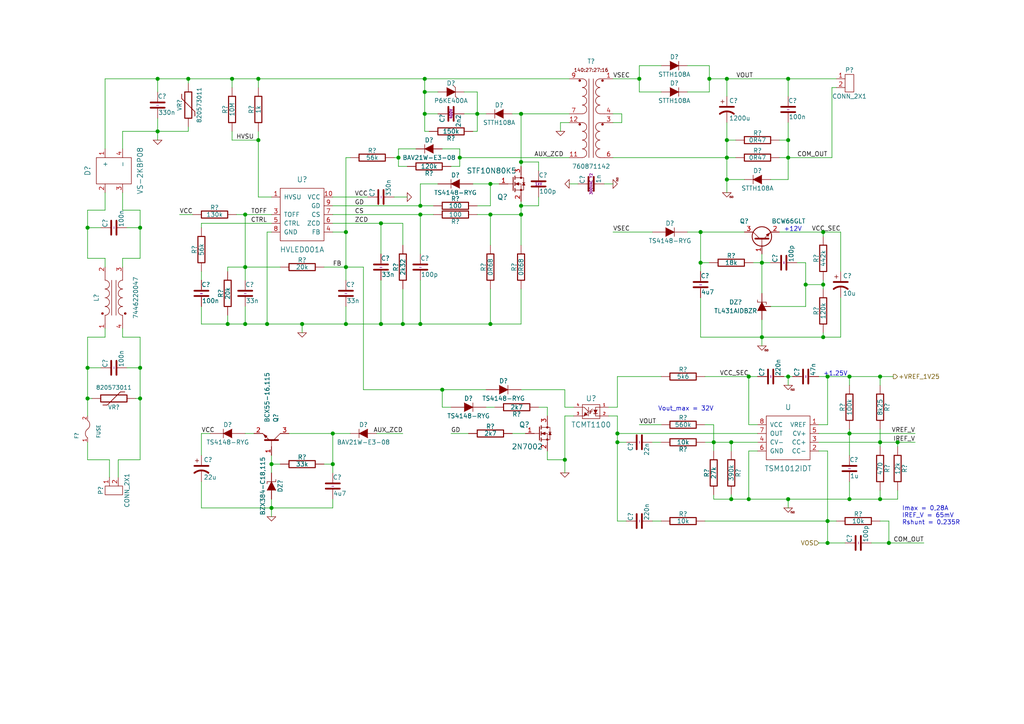
<source format=kicad_sch>
(kicad_sch (version 20210126) (generator eeschema)
  (paper "A4")
  (junction (at 25.4 66.04) (diameter 1.016))
  (junction (at 25.4 106.68) (diameter 1.016))
  (junction (at 25.4 115.57) (diameter 1.016))
  (junction (at 40.64 66.04) (diameter 1.016))
  (junction (at 40.64 106.68) (diameter 1.016))
  (junction (at 40.64 115.57) (diameter 1.016))
  (junction (at 45.72 22.86) (diameter 1.016))
  (junction (at 45.72 38.1) (diameter 1.016))
  (junction (at 54.61 22.86) (diameter 1.016))
  (junction (at 66.04 93.98) (diameter 1.016))
  (junction (at 67.31 22.86) (diameter 1.016))
  (junction (at 71.12 62.23) (diameter 1.016))
  (junction (at 71.12 77.47) (diameter 1.016))
  (junction (at 71.12 93.98) (diameter 1.016))
  (junction (at 74.93 22.86) (diameter 1.016))
  (junction (at 74.93 40.64) (diameter 1.016))
  (junction (at 77.47 93.98) (diameter 1.016))
  (junction (at 78.74 134.62) (diameter 1.016))
  (junction (at 78.74 147.32) (diameter 1.016))
  (junction (at 87.63 93.98) (diameter 1.016))
  (junction (at 96.52 125.73) (diameter 1.016))
  (junction (at 96.52 134.62) (diameter 1.016))
  (junction (at 100.33 67.31) (diameter 1.016))
  (junction (at 100.33 77.47) (diameter 1.016))
  (junction (at 100.33 93.98) (diameter 1.016))
  (junction (at 110.49 64.77) (diameter 1.016))
  (junction (at 110.49 93.98) (diameter 1.016))
  (junction (at 115.57 45.72) (diameter 1.016))
  (junction (at 116.84 93.98) (diameter 1.016))
  (junction (at 121.92 59.69) (diameter 1.016))
  (junction (at 121.92 62.23) (diameter 1.016))
  (junction (at 121.92 93.98) (diameter 1.016))
  (junction (at 123.19 22.86) (diameter 1.016))
  (junction (at 123.19 26.67) (diameter 1.016))
  (junction (at 123.19 33.02) (diameter 1.016))
  (junction (at 128.27 113.03) (diameter 1.016))
  (junction (at 133.35 45.72) (diameter 1.016))
  (junction (at 138.43 33.02) (diameter 1.016))
  (junction (at 142.24 53.34) (diameter 1.016))
  (junction (at 142.24 62.23) (diameter 1.016))
  (junction (at 142.24 93.98) (diameter 1.016))
  (junction (at 151.13 33.02) (diameter 1.016))
  (junction (at 151.13 46.99) (diameter 1.016))
  (junction (at 151.13 59.69) (diameter 1.016))
  (junction (at 151.13 62.23) (diameter 1.016))
  (junction (at 163.83 133.35) (diameter 1.016))
  (junction (at 179.07 125.73) (diameter 1.016))
  (junction (at 179.07 128.27) (diameter 1.016))
  (junction (at 185.42 22.86) (diameter 1.016))
  (junction (at 203.2 67.31) (diameter 1.016))
  (junction (at 203.2 76.2) (diameter 1.016))
  (junction (at 205.74 22.86) (diameter 1.016))
  (junction (at 207.01 128.27) (diameter 1.016))
  (junction (at 210.82 22.86) (diameter 1.016))
  (junction (at 210.82 40.64) (diameter 1.016))
  (junction (at 210.82 45.72) (diameter 1.016))
  (junction (at 210.82 52.07) (diameter 1.016))
  (junction (at 212.09 128.27) (diameter 1.016))
  (junction (at 212.09 144.78) (diameter 1.016))
  (junction (at 217.17 109.22) (diameter 1.016))
  (junction (at 217.17 144.78) (diameter 1.016))
  (junction (at 220.98 76.2) (diameter 1.016))
  (junction (at 220.98 97.79) (diameter 1.016))
  (junction (at 228.6 22.86) (diameter 1.016))
  (junction (at 228.6 40.64) (diameter 1.016))
  (junction (at 228.6 45.72) (diameter 1.016))
  (junction (at 228.6 109.22) (diameter 1.016))
  (junction (at 228.6 144.78) (diameter 1.016))
  (junction (at 233.68 82.55) (diameter 1.016))
  (junction (at 238.76 67.31) (diameter 1.016))
  (junction (at 238.76 82.55) (diameter 1.016))
  (junction (at 238.76 97.79) (diameter 1.016))
  (junction (at 240.03 109.22) (diameter 1.016))
  (junction (at 240.03 151.13) (diameter 1.016))
  (junction (at 240.03 157.48) (diameter 1.016))
  (junction (at 246.38 109.22) (diameter 1.016))
  (junction (at 246.38 125.73) (diameter 1.016))
  (junction (at 246.38 144.78) (diameter 1.016))
  (junction (at 255.27 109.22) (diameter 1.016))
  (junction (at 255.27 128.27) (diameter 1.016))
  (junction (at 255.27 144.78) (diameter 1.016))
  (junction (at 257.81 157.48) (diameter 1.016))
  (junction (at 260.35 128.27) (diameter 1.016))
  (wire (pts (xy 25.4 60.96) (xy 25.4 66.04)))
  (wire (pts (xy 25.4 66.04) (xy 25.4 74.93)))
  (wire (pts (xy 25.4 74.93) (xy 30.48 74.93)))
  (wire (pts (xy 25.4 97.79) (xy 30.48 97.79)))
  (wire (pts (xy 25.4 106.68) (xy 25.4 97.79)))
  (wire (pts (xy 25.4 115.57) (xy 25.4 106.68)))
  (wire (pts (xy 25.4 120.65) (xy 25.4 115.57)))
  (wire (pts (xy 25.4 133.35) (xy 25.4 128.27)))
  (wire (pts (xy 25.4 133.35) (xy 31.75 133.35)))
  (wire (pts (xy 26.67 115.57) (xy 25.4 115.57)))
  (wire (pts (xy 29.21 66.04) (xy 25.4 66.04)))
  (wire (pts (xy 29.21 106.68) (xy 25.4 106.68)))
  (wire (pts (xy 30.48 22.86) (xy 45.72 22.86)))
  (wire (pts (xy 30.48 43.18) (xy 30.48 22.86)))
  (wire (pts (xy 30.48 55.88) (xy 30.48 60.96)))
  (wire (pts (xy 30.48 60.96) (xy 25.4 60.96)))
  (wire (pts (xy 30.48 77.47) (xy 30.48 74.93)))
  (wire (pts (xy 30.48 97.79) (xy 30.48 95.25)))
  (wire (pts (xy 31.75 138.43) (xy 31.75 133.35)))
  (wire (pts (xy 34.29 133.35) (xy 40.64 133.35)))
  (wire (pts (xy 34.29 138.43) (xy 34.29 133.35)))
  (wire (pts (xy 35.56 38.1) (xy 45.72 38.1)))
  (wire (pts (xy 35.56 43.18) (xy 35.56 38.1)))
  (wire (pts (xy 35.56 55.88) (xy 35.56 60.96)))
  (wire (pts (xy 35.56 60.96) (xy 40.64 60.96)))
  (wire (pts (xy 35.56 74.93) (xy 40.64 74.93)))
  (wire (pts (xy 35.56 77.47) (xy 35.56 74.93)))
  (wire (pts (xy 35.56 95.25) (xy 35.56 97.79)))
  (wire (pts (xy 35.56 97.79) (xy 40.64 97.79)))
  (wire (pts (xy 36.83 66.04) (xy 40.64 66.04)))
  (wire (pts (xy 36.83 106.68) (xy 40.64 106.68)))
  (wire (pts (xy 39.37 115.57) (xy 40.64 115.57)))
  (wire (pts (xy 40.64 60.96) (xy 40.64 66.04)))
  (wire (pts (xy 40.64 66.04) (xy 40.64 74.93)))
  (wire (pts (xy 40.64 106.68) (xy 40.64 97.79)))
  (wire (pts (xy 40.64 115.57) (xy 40.64 106.68)))
  (wire (pts (xy 40.64 133.35) (xy 40.64 115.57)))
  (wire (pts (xy 45.72 22.86) (xy 54.61 22.86)))
  (wire (pts (xy 45.72 26.67) (xy 45.72 22.86)))
  (wire (pts (xy 45.72 34.29) (xy 45.72 38.1)))
  (wire (pts (xy 45.72 38.1) (xy 45.72 40.64)))
  (wire (pts (xy 52.07 62.23) (xy 55.88 62.23)))
  (wire (pts (xy 54.61 22.86) (xy 54.61 24.13)))
  (wire (pts (xy 54.61 22.86) (xy 67.31 22.86)))
  (wire (pts (xy 54.61 36.83) (xy 54.61 38.1)))
  (wire (pts (xy 54.61 38.1) (xy 45.72 38.1)))
  (wire (pts (xy 58.42 64.77) (xy 58.42 66.04)))
  (wire (pts (xy 58.42 78.74) (xy 58.42 81.28)))
  (wire (pts (xy 58.42 88.9) (xy 58.42 93.98)))
  (wire (pts (xy 58.42 93.98) (xy 66.04 93.98)))
  (wire (pts (xy 58.42 125.73) (xy 60.96 125.73)))
  (wire (pts (xy 58.42 132.08) (xy 58.42 125.73)))
  (wire (pts (xy 58.42 147.32) (xy 58.42 139.7)))
  (wire (pts (xy 66.04 77.47) (xy 71.12 77.47)))
  (wire (pts (xy 66.04 78.74) (xy 66.04 77.47)))
  (wire (pts (xy 66.04 93.98) (xy 66.04 91.44)))
  (wire (pts (xy 67.31 22.86) (xy 74.93 22.86)))
  (wire (pts (xy 67.31 25.4) (xy 67.31 22.86)))
  (wire (pts (xy 67.31 38.1) (xy 67.31 40.64)))
  (wire (pts (xy 67.31 40.64) (xy 74.93 40.64)))
  (wire (pts (xy 68.58 62.23) (xy 71.12 62.23)))
  (wire (pts (xy 71.12 62.23) (xy 78.74 62.23)))
  (wire (pts (xy 71.12 77.47) (xy 71.12 62.23)))
  (wire (pts (xy 71.12 77.47) (xy 71.12 81.28)))
  (wire (pts (xy 71.12 88.9) (xy 71.12 93.98)))
  (wire (pts (xy 71.12 93.98) (xy 66.04 93.98)))
  (wire (pts (xy 71.12 125.73) (xy 73.66 125.73)))
  (wire (pts (xy 74.93 22.86) (xy 74.93 25.4)))
  (wire (pts (xy 74.93 22.86) (xy 123.19 22.86)))
  (wire (pts (xy 74.93 40.64) (xy 74.93 38.1)))
  (wire (pts (xy 74.93 40.64) (xy 74.93 57.15)))
  (wire (pts (xy 77.47 67.31) (xy 77.47 93.98)))
  (wire (pts (xy 77.47 93.98) (xy 71.12 93.98)))
  (wire (pts (xy 77.47 93.98) (xy 87.63 93.98)))
  (wire (pts (xy 78.74 57.15) (xy 74.93 57.15)))
  (wire (pts (xy 78.74 64.77) (xy 58.42 64.77)))
  (wire (pts (xy 78.74 67.31) (xy 77.47 67.31)))
  (wire (pts (xy 78.74 134.62) (xy 78.74 132.08)))
  (wire (pts (xy 78.74 134.62) (xy 78.74 137.16)))
  (wire (pts (xy 78.74 144.78) (xy 78.74 147.32)))
  (wire (pts (xy 78.74 147.32) (xy 58.42 147.32)))
  (wire (pts (xy 78.74 147.32) (xy 78.74 149.86)))
  (wire (pts (xy 81.28 77.47) (xy 71.12 77.47)))
  (wire (pts (xy 81.28 134.62) (xy 78.74 134.62)))
  (wire (pts (xy 83.82 125.73) (xy 96.52 125.73)))
  (wire (pts (xy 87.63 93.98) (xy 87.63 96.52)))
  (wire (pts (xy 87.63 93.98) (xy 100.33 93.98)))
  (wire (pts (xy 93.98 77.47) (xy 100.33 77.47)))
  (wire (pts (xy 93.98 134.62) (xy 96.52 134.62)))
  (wire (pts (xy 96.52 59.69) (xy 121.92 59.69)))
  (wire (pts (xy 96.52 62.23) (xy 121.92 62.23)))
  (wire (pts (xy 96.52 64.77) (xy 110.49 64.77)))
  (wire (pts (xy 96.52 125.73) (xy 101.6 125.73)))
  (wire (pts (xy 96.52 134.62) (xy 96.52 125.73)))
  (wire (pts (xy 96.52 134.62) (xy 96.52 137.16)))
  (wire (pts (xy 96.52 144.78) (xy 96.52 147.32)))
  (wire (pts (xy 96.52 147.32) (xy 78.74 147.32)))
  (wire (pts (xy 100.33 45.72) (xy 100.33 67.31)))
  (wire (pts (xy 100.33 45.72) (xy 101.6 45.72)))
  (wire (pts (xy 100.33 67.31) (xy 96.52 67.31)))
  (wire (pts (xy 100.33 77.47) (xy 100.33 67.31)))
  (wire (pts (xy 100.33 77.47) (xy 100.33 81.28)))
  (wire (pts (xy 100.33 77.47) (xy 105.41 77.47)))
  (wire (pts (xy 100.33 88.9) (xy 100.33 93.98)))
  (wire (pts (xy 100.33 93.98) (xy 110.49 93.98)))
  (wire (pts (xy 105.41 77.47) (xy 105.41 113.03)))
  (wire (pts (xy 105.41 113.03) (xy 128.27 113.03)))
  (wire (pts (xy 106.68 57.15) (xy 96.52 57.15)))
  (wire (pts (xy 109.22 125.73) (xy 116.84 125.73)))
  (wire (pts (xy 110.49 64.77) (xy 110.49 73.66)))
  (wire (pts (xy 110.49 64.77) (xy 116.84 64.77)))
  (wire (pts (xy 110.49 93.98) (xy 110.49 81.28)))
  (wire (pts (xy 110.49 93.98) (xy 116.84 93.98)))
  (wire (pts (xy 114.3 45.72) (xy 115.57 45.72)))
  (wire (pts (xy 114.3 57.15) (xy 118.11 57.15)))
  (wire (pts (xy 115.57 43.18) (xy 115.57 45.72)))
  (wire (pts (xy 115.57 43.18) (xy 120.65 43.18)))
  (wire (pts (xy 115.57 45.72) (xy 115.57 48.26)))
  (wire (pts (xy 115.57 48.26) (xy 118.11 48.26)))
  (wire (pts (xy 116.84 64.77) (xy 116.84 71.12)))
  (wire (pts (xy 116.84 93.98) (xy 116.84 83.82)))
  (wire (pts (xy 121.92 53.34) (xy 121.92 59.69)))
  (wire (pts (xy 121.92 59.69) (xy 125.73 59.69)))
  (wire (pts (xy 121.92 62.23) (xy 125.73 62.23)))
  (wire (pts (xy 121.92 73.66) (xy 121.92 62.23)))
  (wire (pts (xy 121.92 81.28) (xy 121.92 93.98)))
  (wire (pts (xy 121.92 93.98) (xy 116.84 93.98)))
  (wire (pts (xy 121.92 93.98) (xy 142.24 93.98)))
  (wire (pts (xy 123.19 22.86) (xy 123.19 26.67)))
  (wire (pts (xy 123.19 22.86) (xy 165.1 22.86)))
  (wire (pts (xy 123.19 26.67) (xy 123.19 33.02)))
  (wire (pts (xy 123.19 26.67) (xy 127 26.67)))
  (wire (pts (xy 123.19 33.02) (xy 123.19 38.1)))
  (wire (pts (xy 123.19 33.02) (xy 127 33.02)))
  (wire (pts (xy 124.46 38.1) (xy 123.19 38.1)))
  (wire (pts (xy 127 53.34) (xy 121.92 53.34)))
  (wire (pts (xy 128.27 43.18) (xy 133.35 43.18)))
  (wire (pts (xy 128.27 113.03) (xy 128.27 118.11)))
  (wire (pts (xy 128.27 113.03) (xy 140.97 113.03)))
  (wire (pts (xy 130.81 48.26) (xy 133.35 48.26)))
  (wire (pts (xy 130.81 118.11) (xy 128.27 118.11)))
  (wire (pts (xy 130.81 125.73) (xy 135.89 125.73)))
  (wire (pts (xy 133.35 43.18) (xy 133.35 45.72)))
  (wire (pts (xy 133.35 45.72) (xy 133.35 48.26)))
  (wire (pts (xy 133.35 45.72) (xy 165.1 45.72)))
  (wire (pts (xy 134.62 26.67) (xy 138.43 26.67)))
  (wire (pts (xy 134.62 33.02) (xy 138.43 33.02)))
  (wire (pts (xy 137.16 38.1) (xy 138.43 38.1)))
  (wire (pts (xy 137.16 53.34) (xy 142.24 53.34)))
  (wire (pts (xy 138.43 26.67) (xy 138.43 33.02)))
  (wire (pts (xy 138.43 33.02) (xy 138.43 38.1)))
  (wire (pts (xy 138.43 33.02) (xy 140.97 33.02)))
  (wire (pts (xy 138.43 62.23) (xy 142.24 62.23)))
  (wire (pts (xy 140.97 118.11) (xy 143.51 118.11)))
  (wire (pts (xy 142.24 53.34) (xy 142.24 59.69)))
  (wire (pts (xy 142.24 53.34) (xy 144.78 53.34)))
  (wire (pts (xy 142.24 59.69) (xy 138.43 59.69)))
  (wire (pts (xy 142.24 62.23) (xy 151.13 62.23)))
  (wire (pts (xy 142.24 71.12) (xy 142.24 62.23)))
  (wire (pts (xy 142.24 83.82) (xy 142.24 93.98)))
  (wire (pts (xy 142.24 93.98) (xy 151.13 93.98)))
  (wire (pts (xy 148.59 33.02) (xy 151.13 33.02)))
  (wire (pts (xy 148.59 125.73) (xy 152.4 125.73)))
  (wire (pts (xy 151.13 33.02) (xy 165.1 33.02)))
  (wire (pts (xy 151.13 46.99) (xy 151.13 33.02)))
  (wire (pts (xy 151.13 48.26) (xy 151.13 46.99)))
  (wire (pts (xy 151.13 58.42) (xy 151.13 59.69)))
  (wire (pts (xy 151.13 59.69) (xy 151.13 62.23)))
  (wire (pts (xy 151.13 71.12) (xy 151.13 62.23)))
  (wire (pts (xy 151.13 83.82) (xy 151.13 93.98)))
  (wire (pts (xy 151.13 113.03) (xy 163.83 113.03)))
  (wire (pts (xy 156.21 46.99) (xy 151.13 46.99)))
  (wire (pts (xy 156.21 49.53) (xy 156.21 46.99)))
  (wire (pts (xy 156.21 57.15) (xy 156.21 59.69)))
  (wire (pts (xy 156.21 59.69) (xy 151.13 59.69)))
  (wire (pts (xy 158.75 118.11) (xy 156.21 118.11)))
  (wire (pts (xy 158.75 120.65) (xy 158.75 118.11)))
  (wire (pts (xy 158.75 130.81) (xy 158.75 133.35)))
  (wire (pts (xy 158.75 133.35) (xy 163.83 133.35)))
  (wire (pts (xy 162.56 35.56) (xy 162.56 38.1)))
  (wire (pts (xy 162.56 35.56) (xy 165.1 35.56)))
  (wire (pts (xy 163.83 118.11) (xy 163.83 113.03)))
  (wire (pts (xy 163.83 120.65) (xy 166.37 120.65)))
  (wire (pts (xy 163.83 133.35) (xy 163.83 120.65)))
  (wire (pts (xy 163.83 137.16) (xy 163.83 133.35)))
  (wire (pts (xy 165.1 53.34) (xy 167.64 53.34)))
  (wire (pts (xy 166.37 118.11) (xy 163.83 118.11)))
  (wire (pts (xy 175.26 53.34) (xy 177.8 53.34)))
  (wire (pts (xy 176.53 118.11) (xy 179.07 118.11)))
  (wire (pts (xy 177.8 22.86) (xy 185.42 22.86)))
  (wire (pts (xy 177.8 33.02) (xy 180.34 33.02)))
  (wire (pts (xy 177.8 35.56) (xy 180.34 35.56)))
  (wire (pts (xy 177.8 45.72) (xy 210.82 45.72)))
  (wire (pts (xy 177.8 67.31) (xy 189.23 67.31)))
  (wire (pts (xy 179.07 109.22) (xy 191.77 109.22)))
  (wire (pts (xy 179.07 118.11) (xy 179.07 109.22)))
  (wire (pts (xy 179.07 120.65) (xy 176.53 120.65)))
  (wire (pts (xy 179.07 125.73) (xy 179.07 120.65)))
  (wire (pts (xy 179.07 125.73) (xy 219.71 125.73)))
  (wire (pts (xy 179.07 128.27) (xy 179.07 125.73)))
  (wire (pts (xy 179.07 151.13) (xy 179.07 128.27)))
  (wire (pts (xy 180.34 35.56) (xy 180.34 33.02)))
  (wire (pts (xy 181.61 128.27) (xy 179.07 128.27)))
  (wire (pts (xy 181.61 151.13) (xy 179.07 151.13)))
  (wire (pts (xy 185.42 19.05) (xy 185.42 22.86)))
  (wire (pts (xy 185.42 19.05) (xy 191.77 19.05)))
  (wire (pts (xy 185.42 22.86) (xy 185.42 26.67)))
  (wire (pts (xy 185.42 26.67) (xy 191.77 26.67)))
  (wire (pts (xy 185.42 123.19) (xy 191.77 123.19)))
  (wire (pts (xy 189.23 128.27) (xy 191.77 128.27)))
  (wire (pts (xy 189.23 151.13) (xy 191.77 151.13)))
  (wire (pts (xy 199.39 19.05) (xy 205.74 19.05)))
  (wire (pts (xy 199.39 26.67) (xy 205.74 26.67)))
  (wire (pts (xy 199.39 67.31) (xy 203.2 67.31)))
  (wire (pts (xy 203.2 67.31) (xy 203.2 76.2)))
  (wire (pts (xy 203.2 67.31) (xy 215.9 67.31)))
  (wire (pts (xy 203.2 76.2) (xy 203.2 78.74)))
  (wire (pts (xy 203.2 97.79) (xy 203.2 86.36)))
  (wire (pts (xy 204.47 109.22) (xy 217.17 109.22)))
  (wire (pts (xy 204.47 123.19) (xy 207.01 123.19)))
  (wire (pts (xy 204.47 128.27) (xy 207.01 128.27)))
  (wire (pts (xy 204.47 151.13) (xy 240.03 151.13)))
  (wire (pts (xy 205.74 22.86) (xy 205.74 19.05)))
  (wire (pts (xy 205.74 22.86) (xy 210.82 22.86)))
  (wire (pts (xy 205.74 26.67) (xy 205.74 22.86)))
  (wire (pts (xy 205.74 76.2) (xy 203.2 76.2)))
  (wire (pts (xy 207.01 123.19) (xy 207.01 128.27)))
  (wire (pts (xy 207.01 128.27) (xy 207.01 130.81)))
  (wire (pts (xy 207.01 128.27) (xy 212.09 128.27)))
  (wire (pts (xy 207.01 143.51) (xy 207.01 144.78)))
  (wire (pts (xy 207.01 144.78) (xy 212.09 144.78)))
  (wire (pts (xy 210.82 22.86) (xy 210.82 27.94)))
  (wire (pts (xy 210.82 35.56) (xy 210.82 40.64)))
  (wire (pts (xy 210.82 40.64) (xy 213.36 40.64)))
  (wire (pts (xy 210.82 45.72) (xy 210.82 40.64)))
  (wire (pts (xy 210.82 52.07) (xy 210.82 45.72)))
  (wire (pts (xy 210.82 52.07) (xy 210.82 55.88)))
  (wire (pts (xy 210.82 52.07) (xy 215.9 52.07)))
  (wire (pts (xy 212.09 128.27) (xy 212.09 130.81)))
  (wire (pts (xy 212.09 128.27) (xy 219.71 128.27)))
  (wire (pts (xy 212.09 143.51) (xy 212.09 144.78)))
  (wire (pts (xy 212.09 144.78) (xy 217.17 144.78)))
  (wire (pts (xy 213.36 45.72) (xy 210.82 45.72)))
  (wire (pts (xy 217.17 109.22) (xy 219.71 109.22)))
  (wire (pts (xy 217.17 123.19) (xy 217.17 109.22)))
  (wire (pts (xy 217.17 130.81) (xy 217.17 144.78)))
  (wire (pts (xy 217.17 144.78) (xy 228.6 144.78)))
  (wire (pts (xy 218.44 76.2) (xy 220.98 76.2)))
  (wire (pts (xy 219.71 123.19) (xy 217.17 123.19)))
  (wire (pts (xy 219.71 130.81) (xy 217.17 130.81)))
  (wire (pts (xy 220.98 73.66) (xy 220.98 76.2)))
  (wire (pts (xy 220.98 76.2) (xy 220.98 85.09)))
  (wire (pts (xy 220.98 76.2) (xy 223.52 76.2)))
  (wire (pts (xy 220.98 92.71) (xy 220.98 97.79)))
  (wire (pts (xy 220.98 97.79) (xy 203.2 97.79)))
  (wire (pts (xy 220.98 97.79) (xy 220.98 100.33)))
  (wire (pts (xy 223.52 52.07) (xy 228.6 52.07)))
  (wire (pts (xy 223.52 88.9) (xy 233.68 88.9)))
  (wire (pts (xy 226.06 40.64) (xy 228.6 40.64)))
  (wire (pts (xy 226.06 45.72) (xy 228.6 45.72)))
  (wire (pts (xy 226.06 67.31) (xy 238.76 67.31)))
  (wire (pts (xy 227.33 109.22) (xy 228.6 109.22)))
  (wire (pts (xy 228.6 22.86) (xy 210.82 22.86)))
  (wire (pts (xy 228.6 22.86) (xy 242.57 22.86)))
  (wire (pts (xy 228.6 27.94) (xy 228.6 22.86)))
  (wire (pts (xy 228.6 35.56) (xy 228.6 40.64)))
  (wire (pts (xy 228.6 45.72) (xy 228.6 40.64)))
  (wire (pts (xy 228.6 45.72) (xy 241.3 45.72)))
  (wire (pts (xy 228.6 52.07) (xy 228.6 45.72)))
  (wire (pts (xy 228.6 109.22) (xy 228.6 111.76)))
  (wire (pts (xy 228.6 109.22) (xy 229.87 109.22)))
  (wire (pts (xy 228.6 144.78) (xy 228.6 147.32)))
  (wire (pts (xy 228.6 144.78) (xy 246.38 144.78)))
  (wire (pts (xy 231.14 76.2) (xy 233.68 76.2)))
  (wire (pts (xy 233.68 76.2) (xy 233.68 82.55)))
  (wire (pts (xy 233.68 82.55) (xy 238.76 82.55)))
  (wire (pts (xy 233.68 88.9) (xy 233.68 82.55)))
  (wire (pts (xy 237.49 109.22) (xy 240.03 109.22)))
  (wire (pts (xy 237.49 123.19) (xy 240.03 123.19)))
  (wire (pts (xy 237.49 125.73) (xy 246.38 125.73)))
  (wire (pts (xy 237.49 128.27) (xy 255.27 128.27)))
  (wire (pts (xy 237.49 130.81) (xy 240.03 130.81)))
  (wire (pts (xy 237.49 157.48) (xy 240.03 157.48)))
  (wire (pts (xy 238.76 68.58) (xy 238.76 67.31)))
  (wire (pts (xy 238.76 81.28) (xy 238.76 82.55)))
  (wire (pts (xy 238.76 82.55) (xy 238.76 83.82)))
  (wire (pts (xy 238.76 96.52) (xy 238.76 97.79)))
  (wire (pts (xy 238.76 97.79) (xy 220.98 97.79)))
  (wire (pts (xy 240.03 109.22) (xy 246.38 109.22)))
  (wire (pts (xy 240.03 123.19) (xy 240.03 109.22)))
  (wire (pts (xy 240.03 130.81) (xy 240.03 151.13)))
  (wire (pts (xy 240.03 151.13) (xy 242.57 151.13)))
  (wire (pts (xy 240.03 157.48) (xy 240.03 151.13)))
  (wire (pts (xy 241.3 25.4) (xy 241.3 45.72)))
  (wire (pts (xy 242.57 25.4) (xy 241.3 25.4)))
  (wire (pts (xy 243.84 67.31) (xy 238.76 67.31)))
  (wire (pts (xy 243.84 78.74) (xy 243.84 67.31)))
  (wire (pts (xy 243.84 86.36) (xy 243.84 97.79)))
  (wire (pts (xy 243.84 97.79) (xy 238.76 97.79)))
  (wire (pts (xy 245.11 157.48) (xy 240.03 157.48)))
  (wire (pts (xy 246.38 109.22) (xy 255.27 109.22)))
  (wire (pts (xy 246.38 111.76) (xy 246.38 109.22)))
  (wire (pts (xy 246.38 124.46) (xy 246.38 125.73)))
  (wire (pts (xy 246.38 125.73) (xy 246.38 132.08)))
  (wire (pts (xy 246.38 125.73) (xy 265.43 125.73)))
  (wire (pts (xy 246.38 144.78) (xy 246.38 139.7)))
  (wire (pts (xy 252.73 157.48) (xy 257.81 157.48)))
  (wire (pts (xy 255.27 109.22) (xy 255.27 111.76)))
  (wire (pts (xy 255.27 109.22) (xy 259.08 109.22)))
  (wire (pts (xy 255.27 124.46) (xy 255.27 128.27)))
  (wire (pts (xy 255.27 128.27) (xy 255.27 129.54)))
  (wire (pts (xy 255.27 128.27) (xy 260.35 128.27)))
  (wire (pts (xy 255.27 142.24) (xy 255.27 144.78)))
  (wire (pts (xy 255.27 144.78) (xy 246.38 144.78)))
  (wire (pts (xy 255.27 144.78) (xy 260.35 144.78)))
  (wire (pts (xy 255.27 151.13) (xy 257.81 151.13)))
  (wire (pts (xy 257.81 157.48) (xy 257.81 151.13)))
  (wire (pts (xy 257.81 157.48) (xy 267.97 157.48)))
  (wire (pts (xy 260.35 128.27) (xy 260.35 129.54)))
  (wire (pts (xy 260.35 128.27) (xy 265.43 128.27)))
  (wire (pts (xy 260.35 142.24) (xy 260.35 144.78)))
  (text "Vout_max = 32V" (at 207.01 119.38 180) (effects (font (size 1.27 1.27)) (justify right bottom)))
  (text "+12V" (at 227.33 67.31 0) (effects (font (size 1.27 1.27)) (justify left bottom)))
  (text "+1.25V" (at 238.76 109.22 0) (effects (font (size 1.27 1.27)) (justify left bottom)))
  (text "Imax = 0,28A\nIREF_V = 65mV\nRshunt = 0.235R" (at 261.62 152.4 0) (effects (font (size 1.27 1.27)) (justify left bottom)))
  (label "VCC" (at 52.07 62.23 0))
  (label "VCC" (at 58.42 125.73 0))
  (label "HVSU" (at 73.66 40.64 180))
  (label "TOFF" (at 77.47 62.23 180))
  (label "CTRL" (at 77.47 64.77 180))
  (label "FB" (at 96.52 77.47 0))
  (label "VCC" (at 102.87 57.15 0))
  (label "GD" (at 102.87 59.69 0))
  (label "CS" (at 102.87 62.23 0))
  (label "ZCD" (at 102.87 64.77 0))
  (label "AUX_ZCD" (at 116.84 125.73 180))
  (label "GD" (at 130.81 125.73 0))
  (label "AUX_ZCD" (at 154.94 45.72 0))
  (label "VSEC" (at 177.8 22.86 0))
  (label "VSEC" (at 177.8 67.31 0))
  (label "VOUT" (at 185.42 123.19 0))
  (label "VCC_SEC" (at 217.17 109.22 180))
  (label "VOUT" (at 218.44 22.86 180))
  (label "COM_OUT" (at 240.03 45.72 180))
  (label "VCC_SEC" (at 243.84 67.31 180))
  (label "VREF_V" (at 265.43 125.73 180))
  (label "IREF_V" (at 265.43 128.27 180))
  (label "COM_OUT" (at 267.97 157.48 180))
  (hierarchical_label "VOS" (shape input) (at 237.49 157.48 180))
  (hierarchical_label "+VREF_1V25" (shape output) (at 259.08 109.22 0))
  (symbol (lib_id "power:GND") (at 45.72 40.64 0) (unit 1)
    (property "Reference" "#PWR?" (effects hide))
    (property "Value" "GND" (effects hide))
  )
  (symbol (lib_id "power:GND") (at 78.74 149.86 0) (unit 1)
    (property "Reference" "#PWR?" (effects hide))
    (property "Value" "GND" (effects hide))
  )
  (symbol (lib_id "power:GND") (at 87.63 96.52 0) (unit 1)
    (property "Reference" "#PWR?" (effects hide))
    (property "Value" "GND" (effects hide))
  )
  (symbol (lib_id "power:GND") (at 118.11 57.15 90) (unit 1)
    (property "Reference" "#PWR?" (effects hide))
    (property "Value" "GND" (effects hide))
  )
  (symbol (lib_id "power:GND") (at 162.56 38.1 0) (unit 1)
    (property "Reference" "#PWR?" (effects hide))
    (property "Value" "GND" (effects hide))
  )
  (symbol (lib_id "power:GND") (at 163.83 137.16 0) (unit 1)
    (property "Reference" "#PWR?" (effects hide))
    (property "Value" "GND" (effects hide))
  )
  (symbol (lib_id "power:GND") (at 165.1 53.34 270) (unit 1)
    (property "Reference" "#PWR?" (effects hide))
    (property "Value" "GND" (effects hide))
  )
  (symbol (lib_id "power:GNDISO") (at 177.8 53.34 90) (unit 1)
    (property "Reference" "#PWR?" (effects hide))
    (property "Value" "GNDISO" (effects hide))
  )
  (symbol (lib_id "power:GNDISO") (at 210.82 55.88 0) (unit 1)
    (property "Reference" "#PWR?" (effects hide))
    (property "Value" "GNDISO" (effects hide))
  )
  (symbol (lib_id "power:GNDISO") (at 220.98 100.33 0) (unit 1)
    (property "Reference" "#PWR?" (effects hide))
    (property "Value" "GNDISO" (effects hide))
  )
  (symbol (lib_id "power:GNDISO") (at 228.6 111.76 0) (unit 1)
    (property "Reference" "#PWR?" (effects hide))
    (property "Value" "GNDISO" (effects hide))
  )
  (symbol (lib_id "power:GNDISO") (at 228.6 147.32 0) (unit 1)
    (property "Reference" "#PWR?" (effects hide))
    (property "Value" "GNDISO" (effects hide))
  )
  (symbol (lib_id "nowae-fuse:FUSE") (at 25.4 124.46 90) (unit 1)
    (property "Reference" "F?" (at 22.225 126.365 0) (effects (font (size 1.016 1.016))))
    (property "Value" "FUSE" (at 28.575 125.095 0) (effects (font (size 1.016 1.016))))
  )
  (symbol (lib_id "nowae-diode:BZX384-C18,115") (at 78.74 140.97 270) (mirror x) (unit 1)
    (property "Reference" "DZ?" (at 81.28 140.97 0))
    (property "Value" "BZX384-C18,115" (at 76.2 140.97 0))
    (property "Footprint" "DIODE:DIODE-SOD323" (effects hide))
    (property "Datasheet" "https://www.diodes.com/assets/Datasheets/ds18004.pdf" (effects hide))
    (property "Manufacturer" "Nexperia" (effects hide))
    (property "Part Number" "BZX384-C18,115" (effects hide))
    (property "Distributor" "Mouser Electronics" (effects hide))
    (property "Distributor Code" "771-BZX384-C18115" (effects hide))
    (property "Price €" "0.16" (effects hide))
    (property "Distributor2" "RS Component s.p.a." (effects hide))
    (property "Distributor2 Code" "-" (effects hide))
  )
  (symbol (lib_id "nowae-diode:BAV21W-E3-08") (at 105.41 125.73 0) (mirror y) (unit 1)
    (property "Reference" "D?" (at 105.41 123.19 0))
    (property "Value" "BAV21W-E3-08" (at 105.41 128.27 0))
    (property "Footprint" "DIODE:DIODE-SOD123" (effects hide))
    (property "Datasheet" "https://www.vishay.com/docs/85725/bav19w.pdf" (effects hide))
    (property "Manufacturer" "STMicroelectronics" (effects hide))
    (property "Part Number" "BAV21W-E3-08" (effects hide))
    (property "Distributor" "Mouser Electronics" (effects hide))
    (property "Distributor Code" "78-BAV21W-E3-08" (effects hide))
    (property "Price €" "0.23" (effects hide))
  )
  (symbol (lib_id "nowae-diode:BAV21W-E3-08") (at 124.46 43.18 0) (mirror y) (unit 1)
    (property "Reference" "D?" (at 124.46 40.64 0))
    (property "Value" "BAV21W-E3-08" (at 124.46 45.72 0))
    (property "Footprint" "DIODE:DIODE-SOD123" (effects hide))
    (property "Datasheet" "https://www.vishay.com/docs/85725/bav19w.pdf" (effects hide))
    (property "Manufacturer" "STMicroelectronics" (effects hide))
    (property "Part Number" "BAV21W-E3-08" (effects hide))
    (property "Distributor" "Mouser Electronics" (effects hide))
    (property "Distributor Code" "78-BAV21W-E3-08" (effects hide))
    (property "Price €" "0.23" (effects hide))
  )
  (symbol (lib_id "nowae-diode:STTH108A") (at 144.78 33.02 0) (mirror y) (unit 1)
    (property "Reference" "D?" (at 144.78 30.48 0))
    (property "Value" "STTH108A" (at 144.78 35.56 0))
    (property "Footprint" "DIODE:DIODE-DO214AC-UNI" (effects hide))
    (property "Datasheet" "https://www.st.com/resource/en/datasheet/stth108.pdf" (effects hide))
    (property "Manufacturer" "STMicroelectronics" (effects hide))
    (property "Part Number" "STTH108A" (effects hide))
    (property "Distributor" "Mouser Electronics" (effects hide))
    (property "Distributor Code" "511-STTH108A" (effects hide))
    (property "Price €" "0.56" (effects hide))
  )
  (symbol (lib_id "nowae-diode:STTH108A") (at 195.58 19.05 0) (unit 1)
    (property "Reference" "D?" (at 195.58 16.51 0))
    (property "Value" "STTH108A" (at 195.58 21.59 0))
    (property "Footprint" "DIODE:DIODE-DO214AC-UNI" (effects hide))
    (property "Datasheet" "https://www.st.com/resource/en/datasheet/stth108.pdf" (effects hide))
    (property "Manufacturer" "STMicroelectronics" (effects hide))
    (property "Part Number" "STTH108A" (effects hide))
    (property "Distributor" "Mouser Electronics" (effects hide))
    (property "Distributor Code" "511-STTH108A" (effects hide))
    (property "Price €" "0.56" (effects hide))
  )
  (symbol (lib_id "nowae-diode:STTH108A") (at 195.58 26.67 0) (unit 1)
    (property "Reference" "D?" (at 195.58 24.13 0))
    (property "Value" "STTH108A" (at 195.58 29.21 0))
    (property "Footprint" "DIODE:DIODE-DO214AC-UNI" (effects hide))
    (property "Datasheet" "https://www.st.com/resource/en/datasheet/stth108.pdf" (effects hide))
    (property "Manufacturer" "STMicroelectronics" (effects hide))
    (property "Part Number" "STTH108A" (effects hide))
    (property "Distributor" "Mouser Electronics" (effects hide))
    (property "Distributor Code" "511-STTH108A" (effects hide))
    (property "Price €" "0.56" (effects hide))
  )
  (symbol (lib_id "nowae-diode:STTH108A") (at 219.71 52.07 0) (mirror y) (unit 1)
    (property "Reference" "D?" (at 219.71 49.53 0))
    (property "Value" "STTH108A" (at 219.71 54.61 0))
    (property "Footprint" "DIODE:DIODE-DO214AC-UNI" (effects hide))
    (property "Datasheet" "https://www.st.com/resource/en/datasheet/stth108.pdf" (effects hide))
    (property "Manufacturer" "STMicroelectronics" (effects hide))
    (property "Part Number" "STTH108A" (effects hide))
    (property "Distributor" "Mouser Electronics" (effects hide))
    (property "Distributor Code" "511-STTH108A" (effects hide))
    (property "Price €" "0.56" (effects hide))
  )
  (symbol (lib_id "nowae-connector:CONN_2X1") (at 33.02 142.24 90) (mirror x) (unit 1)
    (property "Reference" "P?" (at 29.21 142.24 0))
    (property "Value" "CONN_2X1" (at 36.83 142.24 0))
    (property "Manufacturer" "-" (effects hide))
    (property "Part Number" "-" (effects hide))
    (property "Distributor" "-" (effects hide))
    (property "Distributor Code" "-" (effects hide))
    (property "Price €" "-" (effects hide))
    (property "Distributor2" "-" (effects hide))
    (property "Distributor2 Code" "-" (effects hide))
    (property "Distributor3" "-" (effects hide))
    (property "Distributor3 Code" "-" (effects hide))
  )
  (symbol (lib_id "nowae-connector:CONN_2X1") (at 246.38 24.13 0) (unit 1)
    (property "Reference" "P?" (at 246.38 20.32 0))
    (property "Value" "CONN_2X1" (at 246.38 27.94 0))
    (property "Manufacturer" "-" (effects hide))
    (property "Part Number" "-" (effects hide))
    (property "Distributor" "-" (effects hide))
    (property "Distributor Code" "-" (effects hide))
    (property "Price €" "-" (effects hide))
    (property "Distributor2" "-" (effects hide))
    (property "Distributor2 Code" "-" (effects hide))
    (property "Distributor3" "-" (effects hide))
    (property "Distributor3 Code" "-" (effects hide))
  )
  (symbol (lib_id "nowae-diode:TS4148-RYG") (at 66.04 125.73 0) (mirror y) (unit 1)
    (property "Reference" "D?" (at 66.04 123.19 0))
    (property "Value" "TS4148-RYG" (at 66.04 128.27 0))
    (property "Footprint" "DIODE:DIODE-0805" (effects hide))
    (property "Datasheet" "http://www.taiwansemi.com/products/datasheet/TS4148%20RYG_M1612.pdf" (effects hide))
    (property "Manufacturer" "Taiwan Semiconductor" (effects hide))
    (property "Part Number" "TS4148-RYG" (effects hide))
    (property "Distributor" "Farnell Italia S.r.l." (effects hide))
    (property "Distributor Code" "2708389" (effects hide))
    (property "Price €" "0.0703" (effects hide))
  )
  (symbol (lib_id "nowae-diode:TS4148-RYG") (at 132.08 53.34 0) (mirror y) (unit 1)
    (property "Reference" "D?" (at 132.08 50.8 0))
    (property "Value" "TS4148-RYG" (at 132.08 55.88 0))
    (property "Footprint" "DIODE:DIODE-0805" (effects hide))
    (property "Datasheet" "http://www.taiwansemi.com/products/datasheet/TS4148%20RYG_M1612.pdf" (effects hide))
    (property "Manufacturer" "Taiwan Semiconductor" (effects hide))
    (property "Part Number" "TS4148-RYG" (effects hide))
    (property "Distributor" "Farnell Italia S.r.l." (effects hide))
    (property "Distributor Code" "2708389" (effects hide))
    (property "Price €" "0.0703" (effects hide))
  )
  (symbol (lib_id "nowae-diode:TS4148-RYG") (at 135.89 118.11 0) (unit 1)
    (property "Reference" "D?" (at 135.89 115.57 0))
    (property "Value" "TS4148-RYG" (at 135.89 120.65 0))
    (property "Footprint" "DIODE:DIODE-0805" (effects hide))
    (property "Datasheet" "http://www.taiwansemi.com/products/datasheet/TS4148%20RYG_M1612.pdf" (effects hide))
    (property "Manufacturer" "Taiwan Semiconductor" (effects hide))
    (property "Part Number" "TS4148-RYG" (effects hide))
    (property "Distributor" "Farnell Italia S.r.l." (effects hide))
    (property "Distributor Code" "2708389" (effects hide))
    (property "Price €" "0.0703" (effects hide))
  )
  (symbol (lib_id "nowae-diode:TS4148-RYG") (at 146.05 113.03 0) (unit 1)
    (property "Reference" "D?" (at 146.05 110.49 0))
    (property "Value" "TS4148-RYG" (at 146.05 115.57 0))
    (property "Footprint" "DIODE:DIODE-0805" (effects hide))
    (property "Datasheet" "http://www.taiwansemi.com/products/datasheet/TS4148%20RYG_M1612.pdf" (effects hide))
    (property "Manufacturer" "Taiwan Semiconductor" (effects hide))
    (property "Part Number" "TS4148-RYG" (effects hide))
    (property "Distributor" "Farnell Italia S.r.l." (effects hide))
    (property "Distributor Code" "2708389" (effects hide))
    (property "Price €" "0.0703" (effects hide))
  )
  (symbol (lib_id "nowae-diode:TS4148-RYG") (at 194.31 67.31 0) (unit 1)
    (property "Reference" "D?" (at 194.31 64.77 0))
    (property "Value" "TS4148-RYG" (at 194.31 69.85 0))
    (property "Footprint" "DIODE:DIODE-0805" (effects hide))
    (property "Datasheet" "http://www.taiwansemi.com/products/datasheet/TS4148%20RYG_M1612.pdf" (effects hide))
    (property "Manufacturer" "Taiwan Semiconductor" (effects hide))
    (property "Part Number" "TS4148-RYG" (effects hide))
    (property "Distributor" "Farnell Italia S.r.l." (effects hide))
    (property "Distributor Code" "2708389" (effects hide))
    (property "Price €" "0.0703" (effects hide))
  )
  (symbol (lib_id "nowae-resistor:RESISTOR") (at 58.42 72.39 90) (unit 1)
    (property "Reference" "R?" (at 56.388 72.39 0))
    (property "Value" "56k" (at 58.42 72.39 0))
    (property "Manufacturer" "-" (effects hide))
    (property "Part Number" "-" (effects hide))
    (property "Distributor" "-" (effects hide))
    (property "Distributor Code" "-" (effects hide))
    (property "Price €" "-" (effects hide))
    (property "Distributor2" "-" (effects hide))
    (property "Distributor2 Code" "-" (effects hide))
    (property "Distributor3" "-" (effects hide))
    (property "Distributor3 Code" "-" (effects hide))
  )
  (symbol (lib_id "nowae-resistor:RESISTOR") (at 62.23 62.23 0) (unit 1)
    (property "Reference" "R?" (at 62.23 60.198 0))
    (property "Value" "130k" (at 62.23 62.23 0))
    (property "Manufacturer" "-" (effects hide))
    (property "Part Number" "-" (effects hide))
    (property "Distributor" "-" (effects hide))
    (property "Distributor Code" "-" (effects hide))
    (property "Price €" "-" (effects hide))
    (property "Distributor2" "-" (effects hide))
    (property "Distributor2 Code" "-" (effects hide))
    (property "Distributor3" "-" (effects hide))
    (property "Distributor3 Code" "-" (effects hide))
  )
  (symbol (lib_id "nowae-resistor:RESISTOR") (at 66.04 85.09 90) (unit 1)
    (property "Reference" "R?" (at 64.008 85.09 0))
    (property "Value" "20k" (at 66.04 85.09 0))
    (property "Manufacturer" "-" (effects hide))
    (property "Part Number" "-" (effects hide))
    (property "Distributor" "-" (effects hide))
    (property "Distributor Code" "-" (effects hide))
    (property "Price €" "-" (effects hide))
    (property "Distributor2" "-" (effects hide))
    (property "Distributor2 Code" "-" (effects hide))
    (property "Distributor3" "-" (effects hide))
    (property "Distributor3 Code" "-" (effects hide))
  )
  (symbol (lib_id "nowae-resistor:RESISTOR") (at 67.31 31.75 90) (unit 1)
    (property "Reference" "R?" (at 65.278 31.75 0))
    (property "Value" "10M" (at 67.31 31.75 0))
    (property "Manufacturer" "-" (effects hide))
    (property "Part Number" "-" (effects hide))
    (property "Distributor" "-" (effects hide))
    (property "Distributor Code" "-" (effects hide))
    (property "Price €" "-" (effects hide))
    (property "Distributor2" "-" (effects hide))
    (property "Distributor2 Code" "-" (effects hide))
    (property "Distributor3" "-" (effects hide))
    (property "Distributor3 Code" "-" (effects hide))
  )
  (symbol (lib_id "nowae-resistor:RESISTOR") (at 74.93 31.75 90) (unit 1)
    (property "Reference" "R?" (at 72.898 31.75 0))
    (property "Value" "1k" (at 74.93 31.75 0))
    (property "Manufacturer" "-" (effects hide))
    (property "Part Number" "-" (effects hide))
    (property "Distributor" "-" (effects hide))
    (property "Distributor Code" "-" (effects hide))
    (property "Price €" "-" (effects hide))
    (property "Distributor2" "-" (effects hide))
    (property "Distributor2 Code" "-" (effects hide))
    (property "Distributor3" "-" (effects hide))
    (property "Distributor3 Code" "-" (effects hide))
  )
  (symbol (lib_id "nowae-resistor:RESISTOR") (at 87.63 77.47 0) (unit 1)
    (property "Reference" "R?" (at 87.63 75.438 0))
    (property "Value" "20k" (at 87.63 77.47 0))
    (property "Manufacturer" "-" (effects hide))
    (property "Part Number" "-" (effects hide))
    (property "Distributor" "-" (effects hide))
    (property "Distributor Code" "-" (effects hide))
    (property "Price €" "-" (effects hide))
    (property "Distributor2" "-" (effects hide))
    (property "Distributor2 Code" "-" (effects hide))
    (property "Distributor3" "-" (effects hide))
    (property "Distributor3 Code" "-" (effects hide))
  )
  (symbol (lib_id "nowae-resistor:RESISTOR") (at 87.63 134.62 0) (unit 1)
    (property "Reference" "R?" (at 87.63 132.588 0))
    (property "Value" "33k" (at 87.63 134.62 0))
    (property "Manufacturer" "-" (effects hide))
    (property "Part Number" "-" (effects hide))
    (property "Distributor" "-" (effects hide))
    (property "Distributor Code" "-" (effects hide))
    (property "Price €" "-" (effects hide))
    (property "Distributor2" "-" (effects hide))
    (property "Distributor2 Code" "-" (effects hide))
    (property "Distributor3" "-" (effects hide))
    (property "Distributor3 Code" "-" (effects hide))
  )
  (symbol (lib_id "nowae-resistor:RESISTOR") (at 107.95 45.72 0) (unit 1)
    (property "Reference" "R?" (at 107.95 43.688 0))
    (property "Value" "56k" (at 107.95 45.72 0))
    (property "Manufacturer" "-" (effects hide))
    (property "Part Number" "-" (effects hide))
    (property "Distributor" "-" (effects hide))
    (property "Distributor Code" "-" (effects hide))
    (property "Price €" "-" (effects hide))
    (property "Distributor2" "-" (effects hide))
    (property "Distributor2 Code" "-" (effects hide))
    (property "Distributor3" "-" (effects hide))
    (property "Distributor3 Code" "-" (effects hide))
  )
  (symbol (lib_id "nowae-resistor:RESISTOR") (at 116.84 77.47 90) (unit 1)
    (property "Reference" "R?" (at 114.808 77.47 0))
    (property "Value" "2k32" (at 116.84 77.47 0))
    (property "Manufacturer" "-" (effects hide))
    (property "Part Number" "-" (effects hide))
    (property "Distributor" "-" (effects hide))
    (property "Distributor Code" "-" (effects hide))
    (property "Price €" "-" (effects hide))
    (property "Distributor2" "-" (effects hide))
    (property "Distributor2 Code" "-" (effects hide))
    (property "Distributor3" "-" (effects hide))
    (property "Distributor3 Code" "-" (effects hide))
  )
  (symbol (lib_id "nowae-resistor:RESISTOR") (at 124.46 48.26 0) (mirror x) (unit 1)
    (property "Reference" "R?" (at 124.46 50.292 0))
    (property "Value" "120k" (at 124.46 48.26 0))
    (property "Manufacturer" "-" (effects hide))
    (property "Part Number" "-" (effects hide))
    (property "Distributor" "-" (effects hide))
    (property "Distributor Code" "-" (effects hide))
    (property "Price €" "-" (effects hide))
    (property "Distributor2" "-" (effects hide))
    (property "Distributor2 Code" "-" (effects hide))
    (property "Distributor3" "-" (effects hide))
    (property "Distributor3 Code" "-" (effects hide))
  )
  (symbol (lib_id "nowae-resistor:RESISTOR") (at 130.81 38.1 0) (mirror x) (unit 1)
    (property "Reference" "R?" (at 130.81 40.132 0))
    (property "Value" "150k" (at 130.81 38.1 0))
    (property "Manufacturer" "-" (effects hide))
    (property "Part Number" "-" (effects hide))
    (property "Distributor" "-" (effects hide))
    (property "Distributor Code" "-" (effects hide))
    (property "Price €" "-" (effects hide))
    (property "Distributor2" "-" (effects hide))
    (property "Distributor2 Code" "-" (effects hide))
    (property "Distributor3" "-" (effects hide))
    (property "Distributor3 Code" "-" (effects hide))
  )
  (symbol (lib_id "nowae-resistor:RESISTOR") (at 132.08 59.69 0) (unit 1)
    (property "Reference" "R?" (at 132.08 57.658 0))
    (property "Value" "100" (at 132.08 59.69 0))
    (property "Manufacturer" "-" (effects hide))
    (property "Part Number" "-" (effects hide))
    (property "Distributor" "-" (effects hide))
    (property "Distributor Code" "-" (effects hide))
    (property "Price €" "-" (effects hide))
    (property "Distributor2" "-" (effects hide))
    (property "Distributor2 Code" "-" (effects hide))
    (property "Distributor3" "-" (effects hide))
    (property "Distributor3 Code" "-" (effects hide))
  )
  (symbol (lib_id "nowae-resistor:RESISTOR") (at 132.08 62.23 0) (mirror x) (unit 1)
    (property "Reference" "R?" (at 132.08 64.262 0))
    (property "Value" "100" (at 132.08 62.23 0))
    (property "Manufacturer" "-" (effects hide))
    (property "Part Number" "-" (effects hide))
    (property "Distributor" "-" (effects hide))
    (property "Distributor Code" "-" (effects hide))
    (property "Price €" "-" (effects hide))
    (property "Distributor2" "-" (effects hide))
    (property "Distributor2 Code" "-" (effects hide))
    (property "Distributor3" "-" (effects hide))
    (property "Distributor3 Code" "-" (effects hide))
  )
  (symbol (lib_id "nowae-resistor:RESISTOR") (at 142.24 77.47 90) (unit 1)
    (property "Reference" "R?" (at 140.208 77.47 0))
    (property "Value" "0R68" (at 142.24 77.47 0))
    (property "Manufacturer" "-" (effects hide))
    (property "Part Number" "-" (effects hide))
    (property "Distributor" "-" (effects hide))
    (property "Distributor Code" "-" (effects hide))
    (property "Price €" "-" (effects hide))
    (property "Distributor2" "-" (effects hide))
    (property "Distributor2 Code" "-" (effects hide))
    (property "Distributor3" "-" (effects hide))
    (property "Distributor3 Code" "-" (effects hide))
  )
  (symbol (lib_id "nowae-resistor:RESISTOR") (at 142.24 125.73 0) (unit 1)
    (property "Reference" "R?" (at 142.24 123.698 0))
    (property "Value" "2k7" (at 142.24 125.73 0))
    (property "Manufacturer" "-" (effects hide))
    (property "Part Number" "-" (effects hide))
    (property "Distributor" "-" (effects hide))
    (property "Distributor Code" "-" (effects hide))
    (property "Price €" "-" (effects hide))
    (property "Distributor2" "-" (effects hide))
    (property "Distributor2 Code" "-" (effects hide))
    (property "Distributor3" "-" (effects hide))
    (property "Distributor3 Code" "-" (effects hide))
  )
  (symbol (lib_id "nowae-resistor:RESISTOR") (at 149.86 118.11 0) (mirror x) (unit 1)
    (property "Reference" "R?" (at 149.86 120.142 0))
    (property "Value" "2k7" (at 149.86 118.11 0))
    (property "Manufacturer" "-" (effects hide))
    (property "Part Number" "-" (effects hide))
    (property "Distributor" "-" (effects hide))
    (property "Distributor Code" "-" (effects hide))
    (property "Price €" "-" (effects hide))
    (property "Distributor2" "-" (effects hide))
    (property "Distributor2 Code" "-" (effects hide))
    (property "Distributor3" "-" (effects hide))
    (property "Distributor3 Code" "-" (effects hide))
  )
  (symbol (lib_id "nowae-resistor:RESISTOR") (at 151.13 77.47 90) (unit 1)
    (property "Reference" "R?" (at 149.098 77.47 0))
    (property "Value" "0R68" (at 151.13 77.47 0))
    (property "Manufacturer" "-" (effects hide))
    (property "Part Number" "-" (effects hide))
    (property "Distributor" "-" (effects hide))
    (property "Distributor Code" "-" (effects hide))
    (property "Price €" "-" (effects hide))
    (property "Distributor2" "-" (effects hide))
    (property "Distributor2 Code" "-" (effects hide))
    (property "Distributor3" "-" (effects hide))
    (property "Distributor3 Code" "-" (effects hide))
  )
  (symbol (lib_id "nowae-resistor:RESISTOR") (at 198.12 109.22 0) (mirror y) (unit 1)
    (property "Reference" "R?" (at 198.12 107.188 0))
    (property "Value" "5k6" (at 198.12 109.22 0))
    (property "Manufacturer" "-" (effects hide))
    (property "Part Number" "-" (effects hide))
    (property "Distributor" "-" (effects hide))
    (property "Distributor Code" "-" (effects hide))
    (property "Price €" "-" (effects hide))
    (property "Distributor2" "-" (effects hide))
    (property "Distributor2 Code" "-" (effects hide))
    (property "Distributor3" "-" (effects hide))
    (property "Distributor3 Code" "-" (effects hide))
  )
  (symbol (lib_id "nowae-resistor:RESISTOR") (at 198.12 123.19 0) (mirror y) (unit 1)
    (property "Reference" "R?" (at 198.12 121.158 0))
    (property "Value" "560k" (at 198.12 123.19 0))
    (property "Manufacturer" "-" (effects hide))
    (property "Part Number" "-" (effects hide))
    (property "Distributor" "-" (effects hide))
    (property "Distributor Code" "-" (effects hide))
    (property "Price €" "-" (effects hide))
    (property "Distributor2" "-" (effects hide))
    (property "Distributor2 Code" "-" (effects hide))
    (property "Distributor3" "-" (effects hide))
    (property "Distributor3 Code" "-" (effects hide))
  )
  (symbol (lib_id "nowae-resistor:RESISTOR") (at 198.12 128.27 180) (unit 1)
    (property "Reference" "R?" (at 198.12 130.302 0))
    (property "Value" "10k" (at 198.12 128.27 0))
    (property "Manufacturer" "-" (effects hide))
    (property "Part Number" "-" (effects hide))
    (property "Distributor" "-" (effects hide))
    (property "Distributor Code" "-" (effects hide))
    (property "Price €" "-" (effects hide))
    (property "Distributor2" "-" (effects hide))
    (property "Distributor2 Code" "-" (effects hide))
    (property "Distributor3" "-" (effects hide))
    (property "Distributor3 Code" "-" (effects hide))
  )
  (symbol (lib_id "nowae-resistor:RESISTOR") (at 198.12 151.13 0) (mirror y) (unit 1)
    (property "Reference" "R?" (at 198.12 149.098 0))
    (property "Value" "10k" (at 198.12 151.13 0))
    (property "Manufacturer" "-" (effects hide))
    (property "Part Number" "-" (effects hide))
    (property "Distributor" "-" (effects hide))
    (property "Distributor Code" "-" (effects hide))
    (property "Price €" "-" (effects hide))
    (property "Distributor2" "-" (effects hide))
    (property "Distributor2 Code" "-" (effects hide))
    (property "Distributor3" "-" (effects hide))
    (property "Distributor3 Code" "-" (effects hide))
  )
  (symbol (lib_id "nowae-resistor:RESISTOR") (at 207.01 137.16 90) (mirror x) (unit 1)
    (property "Reference" "R?" (at 204.978 137.16 0))
    (property "Value" "27k" (at 207.01 137.16 0))
    (property "Manufacturer" "-" (effects hide))
    (property "Part Number" "-" (effects hide))
    (property "Distributor" "-" (effects hide))
    (property "Distributor Code" "-" (effects hide))
    (property "Price €" "-" (effects hide))
    (property "Distributor2" "-" (effects hide))
    (property "Distributor2 Code" "-" (effects hide))
    (property "Distributor3" "-" (effects hide))
    (property "Distributor3 Code" "-" (effects hide))
  )
  (symbol (lib_id "nowae-resistor:RESISTOR") (at 212.09 76.2 0) (mirror y) (unit 1)
    (property "Reference" "R?" (at 212.09 74.168 0))
    (property "Value" "18k" (at 212.09 76.2 0))
    (property "Manufacturer" "-" (effects hide))
    (property "Part Number" "-" (effects hide))
    (property "Distributor" "-" (effects hide))
    (property "Distributor Code" "-" (effects hide))
    (property "Price €" "-" (effects hide))
    (property "Distributor2" "-" (effects hide))
    (property "Distributor2 Code" "-" (effects hide))
    (property "Distributor3" "-" (effects hide))
    (property "Distributor3 Code" "-" (effects hide))
  )
  (symbol (lib_id "nowae-resistor:RESISTOR") (at 212.09 137.16 270) (unit 1)
    (property "Reference" "R?" (at 214.122 137.16 0))
    (property "Value" "390k" (at 212.09 137.16 0))
    (property "Manufacturer" "-" (effects hide))
    (property "Part Number" "-" (effects hide))
    (property "Distributor" "-" (effects hide))
    (property "Distributor Code" "-" (effects hide))
    (property "Price €" "-" (effects hide))
    (property "Distributor2" "-" (effects hide))
    (property "Distributor2 Code" "-" (effects hide))
    (property "Distributor3" "-" (effects hide))
    (property "Distributor3 Code" "-" (effects hide))
  )
  (symbol (lib_id "nowae-resistor:RESISTOR") (at 219.71 40.64 0) (mirror y) (unit 1)
    (property "Reference" "R?" (at 219.71 38.608 0))
    (property "Value" "0R47" (at 219.71 40.64 0))
    (property "Manufacturer" "-" (effects hide))
    (property "Part Number" "-" (effects hide))
    (property "Distributor" "-" (effects hide))
    (property "Distributor Code" "-" (effects hide))
    (property "Price €" "-" (effects hide))
    (property "Distributor2" "-" (effects hide))
    (property "Distributor2 Code" "-" (effects hide))
    (property "Distributor3" "-" (effects hide))
    (property "Distributor3 Code" "-" (effects hide))
  )
  (symbol (lib_id "nowae-resistor:RESISTOR") (at 219.71 45.72 0) (mirror y) (unit 1)
    (property "Reference" "R?" (at 219.71 43.688 0))
    (property "Value" "0R47" (at 219.71 45.72 0))
    (property "Manufacturer" "-" (effects hide))
    (property "Part Number" "-" (effects hide))
    (property "Distributor" "-" (effects hide))
    (property "Distributor Code" "-" (effects hide))
    (property "Price €" "-" (effects hide))
    (property "Distributor2" "-" (effects hide))
    (property "Distributor2 Code" "-" (effects hide))
    (property "Distributor3" "-" (effects hide))
    (property "Distributor3 Code" "-" (effects hide))
  )
  (symbol (lib_id "nowae-resistor:RESISTOR") (at 238.76 74.93 90) (mirror x) (unit 1)
    (property "Reference" "R?" (at 236.728 74.93 0))
    (property "Value" "442k" (at 238.76 74.93 0))
    (property "Manufacturer" "-" (effects hide))
    (property "Part Number" "-" (effects hide))
    (property "Distributor" "-" (effects hide))
    (property "Distributor Code" "-" (effects hide))
    (property "Price €" "-" (effects hide))
    (property "Distributor2" "-" (effects hide))
    (property "Distributor2 Code" "-" (effects hide))
    (property "Distributor3" "-" (effects hide))
    (property "Distributor3 Code" "-" (effects hide))
  )
  (symbol (lib_id "nowae-resistor:RESISTOR") (at 238.76 90.17 90) (mirror x) (unit 1)
    (property "Reference" "R?" (at 236.728 90.17 0))
    (property "Value" "120k" (at 238.76 90.17 0))
    (property "Manufacturer" "-" (effects hide))
    (property "Part Number" "-" (effects hide))
    (property "Distributor" "-" (effects hide))
    (property "Distributor Code" "-" (effects hide))
    (property "Price €" "-" (effects hide))
    (property "Distributor2" "-" (effects hide))
    (property "Distributor2 Code" "-" (effects hide))
    (property "Distributor3" "-" (effects hide))
    (property "Distributor3 Code" "-" (effects hide))
  )
  (symbol (lib_id "nowae-resistor:RESISTOR") (at 246.38 118.11 90) (unit 1)
    (property "Reference" "R?" (at 244.348 118.11 0))
    (property "Value" "100k" (at 246.38 118.11 0))
    (property "Manufacturer" "-" (effects hide))
    (property "Part Number" "-" (effects hide))
    (property "Distributor" "-" (effects hide))
    (property "Distributor Code" "-" (effects hide))
    (property "Price €" "-" (effects hide))
    (property "Distributor2" "-" (effects hide))
    (property "Distributor2 Code" "-" (effects hide))
    (property "Distributor3" "-" (effects hide))
    (property "Distributor3 Code" "-" (effects hide))
  )
  (symbol (lib_id "nowae-resistor:RESISTOR") (at 248.92 151.13 0) (mirror y) (unit 1)
    (property "Reference" "R?" (at 248.92 149.098 0))
    (property "Value" "10k" (at 248.92 151.13 0))
    (property "Manufacturer" "-" (effects hide))
    (property "Part Number" "-" (effects hide))
    (property "Distributor" "-" (effects hide))
    (property "Distributor Code" "-" (effects hide))
    (property "Price €" "-" (effects hide))
    (property "Distributor2" "-" (effects hide))
    (property "Distributor2 Code" "-" (effects hide))
    (property "Distributor3" "-" (effects hide))
    (property "Distributor3 Code" "-" (effects hide))
  )
  (symbol (lib_id "nowae-resistor:RESISTOR") (at 255.27 118.11 270) (mirror x) (unit 1)
    (property "Reference" "R?" (at 257.302 118.11 0))
    (property "Value" "8k25" (at 255.27 118.11 0))
    (property "Manufacturer" "-" (effects hide))
    (property "Part Number" "-" (effects hide))
    (property "Distributor" "-" (effects hide))
    (property "Distributor Code" "-" (effects hide))
    (property "Price €" "-" (effects hide))
    (property "Distributor2" "-" (effects hide))
    (property "Distributor2 Code" "-" (effects hide))
    (property "Distributor3" "-" (effects hide))
    (property "Distributor3 Code" "-" (effects hide))
  )
  (symbol (lib_id "nowae-resistor:RESISTOR") (at 255.27 135.89 270) (mirror x) (unit 1)
    (property "Reference" "R?" (at 257.302 135.89 0))
    (property "Value" "470" (at 255.27 135.89 0))
    (property "Manufacturer" "-" (effects hide))
    (property "Part Number" "-" (effects hide))
    (property "Distributor" "-" (effects hide))
    (property "Distributor Code" "-" (effects hide))
    (property "Price €" "-" (effects hide))
    (property "Distributor2" "-" (effects hide))
    (property "Distributor2 Code" "-" (effects hide))
    (property "Distributor3" "-" (effects hide))
    (property "Distributor3 Code" "-" (effects hide))
  )
  (symbol (lib_id "nowae-resistor:RESISTOR") (at 260.35 135.89 270) (mirror x) (unit 1)
    (property "Reference" "R?" (at 262.382 135.89 0))
    (property "Value" "12k" (at 260.35 135.89 0))
    (property "Manufacturer" "-" (effects hide))
    (property "Part Number" "-" (effects hide))
    (property "Distributor" "-" (effects hide))
    (property "Distributor Code" "-" (effects hide))
    (property "Price €" "-" (effects hide))
    (property "Distributor2" "-" (effects hide))
    (property "Distributor2 Code" "-" (effects hide))
    (property "Distributor3" "-" (effects hide))
    (property "Distributor3 Code" "-" (effects hide))
  )
  (symbol (lib_id "nowae-diode:P6KE400A") (at 130.81 26.67 0) (unit 1)
    (property "Reference" "D?" (at 130.81 24.13 0))
    (property "Value" "P6KE400A" (at 130.81 29.21 0))
    (property "Footprint" "DIODE:DIODE-DO15" (effects hide))
    (property "Datasheet" "https://www.st.com/resource/en/datasheet/p6ke.pdf" (effects hide))
    (property "Manufacturer" "STMicroelectronics" (effects hide))
    (property "Part Number" "P6KE400A" (effects hide))
    (property "Distributor" "Mouser Electronics" (effects hide))
    (property "Distributor Code" "511-P6KE400A" (effects hide))
    (property "Price €" "0.44" (effects hide))
  )
  (symbol (lib_id "nowae-diode:TL431AIDBZR") (at 220.98 88.9 0) (unit 1)
    (property "Reference" "DZ?" (at 213.36 87.63 0))
    (property "Value" "TL431AIDBZR" (at 213.36 90.17 0))
    (property "Footprint" "SOT:SOT23-3" (effects hide))
    (property "Datasheet" "https://www.ti.com/lit/ds/symlink/tl431.pdf" (effects hide))
    (property "Manufacturer" "Texas Instruments" (effects hide))
    (property "Part Number" "TL431AIDBZR" (effects hide))
    (property "Distributor" "Mouser Electronics" (effects hide))
    (property "Distributor Code" "595-TL431AIDBZR" (effects hide))
    (property "Price €" "0.390.137" (effects hide))
  )
  (symbol (lib_id "nowae-capacitor:CAPACITOR") (at 33.02 66.04 90) (unit 1)
    (property "Reference" "C?" (at 30.48 66.04 0) (effects (justify left)))
    (property "Value" "100n" (at 35.179 65.8876 0) (effects (justify left)))
    (property "Parameters" "-" (at 33.02 66.04 0) (effects (font (size 0.762 0.762))))
    (property "Manufacturer" "-" (effects hide))
    (property "Part Number" "-" (effects hide))
    (property "Distributor" "-" (effects hide))
    (property "Distributor Code" "-" (effects hide))
    (property "Price €" "-" (effects hide))
    (property "Distributor2" "-" (effects hide))
    (property "Distributor2 Code" "-" (effects hide))
    (property "Distributor3" "-" (effects hide))
    (property "Distributor3 Code" "-" (effects hide))
  )
  (symbol (lib_id "nowae-capacitor:CAPACITOR") (at 33.02 106.68 90) (unit 1)
    (property "Reference" "C?" (at 30.48 106.68 0) (effects (justify left)))
    (property "Value" "100n" (at 35.179 106.5276 0) (effects (justify left)))
    (property "Parameters" "-" (at 33.02 106.68 0) (effects (font (size 0.762 0.762))))
    (property "Manufacturer" "-" (effects hide))
    (property "Part Number" "-" (effects hide))
    (property "Distributor" "-" (effects hide))
    (property "Distributor Code" "-" (effects hide))
    (property "Price €" "-" (effects hide))
    (property "Distributor2" "-" (effects hide))
    (property "Distributor2 Code" "-" (effects hide))
    (property "Distributor3" "-" (effects hide))
    (property "Distributor3 Code" "-" (effects hide))
  )
  (symbol (lib_id "nowae-capacitor:CAPACITOR") (at 45.72 30.48 0) (unit 1)
    (property "Reference" "C?" (at 45.72 27.94 0) (effects (justify left)))
    (property "Value" "330n" (at 45.8724 32.639 0) (effects (justify left)))
    (property "Parameters" "-" (at 45.72 30.48 0) (effects (font (size 0.762 0.762))))
    (property "Manufacturer" "-" (effects hide))
    (property "Part Number" "-" (effects hide))
    (property "Distributor" "-" (effects hide))
    (property "Distributor Code" "-" (effects hide))
    (property "Price €" "-" (effects hide))
    (property "Distributor2" "-" (effects hide))
    (property "Distributor2 Code" "-" (effects hide))
    (property "Distributor3" "-" (effects hide))
    (property "Distributor3 Code" "-" (effects hide))
  )
  (symbol (lib_id "nowae-capacitor:CAPACITOR") (at 58.42 85.09 0) (unit 1)
    (property "Reference" "C?" (at 58.42 82.55 0) (effects (justify left)))
    (property "Value" "100n" (at 58.5724 87.249 0) (effects (justify left)))
    (property "Parameters" "-" (at 58.42 85.09 0) (effects (font (size 0.762 0.762))))
    (property "Manufacturer" "-" (effects hide))
    (property "Part Number" "-" (effects hide))
    (property "Distributor" "-" (effects hide))
    (property "Distributor Code" "-" (effects hide))
    (property "Price €" "-" (effects hide))
    (property "Distributor2" "-" (effects hide))
    (property "Distributor2 Code" "-" (effects hide))
    (property "Distributor3" "-" (effects hide))
    (property "Distributor3 Code" "-" (effects hide))
  )
  (symbol (lib_id "nowae-capacitor:CAPACITOR_POL") (at 58.42 135.89 0) (unit 1)
    (property "Reference" "C?" (at 59.055 133.35 0) (effects (justify left)))
    (property "Value" "22u" (at 59.055 138.43 0) (effects (justify left)))
    (property "Manufacturer" "-" (effects hide))
    (property "Part Number" "-" (effects hide))
    (property "Distributor" "-" (effects hide))
    (property "Distributor Code" "-" (effects hide))
    (property "Price €" "-" (effects hide))
    (property "Distributor2" "-" (effects hide))
    (property "Distributor2 Code" "-" (effects hide))
    (property "Distributor3" "-" (effects hide))
    (property "Distributor3 Code" "-" (effects hide))
  )
  (symbol (lib_id "nowae-capacitor:CAPACITOR") (at 71.12 85.09 0) (unit 1)
    (property "Reference" "C?" (at 71.12 82.55 0) (effects (justify left)))
    (property "Value" "33n" (at 71.2724 87.249 0) (effects (justify left)))
    (property "Parameters" "-" (at 71.12 85.09 0) (effects (font (size 0.762 0.762))))
    (property "Manufacturer" "-" (effects hide))
    (property "Part Number" "-" (effects hide))
    (property "Distributor" "-" (effects hide))
    (property "Distributor Code" "-" (effects hide))
    (property "Price €" "-" (effects hide))
    (property "Distributor2" "-" (effects hide))
    (property "Distributor2 Code" "-" (effects hide))
    (property "Distributor3" "-" (effects hide))
    (property "Distributor3 Code" "-" (effects hide))
  )
  (symbol (lib_id "nowae-capacitor:CAPACITOR") (at 96.52 140.97 0) (unit 1)
    (property "Reference" "C?" (at 96.52 138.43 0) (effects (justify left)))
    (property "Value" "4u7" (at 96.6724 143.129 0) (effects (justify left)))
    (property "Parameters" "-" (at 96.52 140.97 0) (effects (font (size 0.762 0.762))))
    (property "Manufacturer" "-" (effects hide))
    (property "Part Number" "-" (effects hide))
    (property "Distributor" "-" (effects hide))
    (property "Distributor Code" "-" (effects hide))
    (property "Price €" "-" (effects hide))
    (property "Distributor2" "-" (effects hide))
    (property "Distributor2 Code" "-" (effects hide))
    (property "Distributor3" "-" (effects hide))
    (property "Distributor3 Code" "-" (effects hide))
  )
  (symbol (lib_id "nowae-capacitor:CAPACITOR") (at 100.33 85.09 0) (unit 1)
    (property "Reference" "C?" (at 100.33 82.55 0) (effects (justify left)))
    (property "Value" "33n" (at 100.4824 87.249 0) (effects (justify left)))
    (property "Parameters" "-" (at 100.33 85.09 0) (effects (font (size 0.762 0.762))))
    (property "Manufacturer" "-" (effects hide))
    (property "Part Number" "-" (effects hide))
    (property "Distributor" "-" (effects hide))
    (property "Distributor Code" "-" (effects hide))
    (property "Price €" "-" (effects hide))
    (property "Distributor2" "-" (effects hide))
    (property "Distributor2 Code" "-" (effects hide))
    (property "Distributor3" "-" (effects hide))
    (property "Distributor3 Code" "-" (effects hide))
  )
  (symbol (lib_id "nowae-capacitor:CAPACITOR") (at 110.49 57.15 90) (unit 1)
    (property "Reference" "C?" (at 107.95 57.15 0) (effects (justify left)))
    (property "Value" "330n" (at 112.649 56.9976 0) (effects (justify left)))
    (property "Parameters" "-" (at 110.49 57.15 0) (effects (font (size 0.762 0.762))))
    (property "Manufacturer" "-" (effects hide))
    (property "Part Number" "-" (effects hide))
    (property "Distributor" "-" (effects hide))
    (property "Distributor Code" "-" (effects hide))
    (property "Price €" "-" (effects hide))
    (property "Distributor2" "-" (effects hide))
    (property "Distributor2 Code" "-" (effects hide))
    (property "Distributor3" "-" (effects hide))
    (property "Distributor3 Code" "-" (effects hide))
  )
  (symbol (lib_id "nowae-capacitor:CAPACITOR") (at 110.49 77.47 0) (unit 1)
    (property "Reference" "C?" (at 110.49 74.93 0) (effects (justify left)))
    (property "Value" "33n" (at 110.6424 79.629 0) (effects (justify left)))
    (property "Parameters" "-" (at 110.49 77.47 0) (effects (font (size 0.762 0.762))))
    (property "Manufacturer" "-" (effects hide))
    (property "Part Number" "-" (effects hide))
    (property "Distributor" "-" (effects hide))
    (property "Distributor Code" "-" (effects hide))
    (property "Price €" "-" (effects hide))
    (property "Distributor2" "-" (effects hide))
    (property "Distributor2 Code" "-" (effects hide))
    (property "Distributor3" "-" (effects hide))
    (property "Distributor3 Code" "-" (effects hide))
  )
  (symbol (lib_id "nowae-capacitor:CAPACITOR") (at 121.92 77.47 0) (unit 1)
    (property "Reference" "C?" (at 121.92 74.93 0) (effects (justify left)))
    (property "Value" "100p" (at 122.0724 79.629 0) (effects (justify left)))
    (property "Parameters" "-" (at 121.92 77.47 0) (effects (font (size 0.762 0.762))))
    (property "Manufacturer" "-" (effects hide))
    (property "Part Number" "-" (effects hide))
    (property "Distributor" "-" (effects hide))
    (property "Distributor Code" "-" (effects hide))
    (property "Price €" "-" (effects hide))
    (property "Distributor2" "-" (effects hide))
    (property "Distributor2 Code" "-" (effects hide))
    (property "Distributor3" "-" (effects hide))
    (property "Distributor3 Code" "-" (effects hide))
  )
  (symbol (lib_id "nowae-capacitor:CAPACITOR") (at 130.81 33.02 90) (mirror x) (unit 1)
    (property "Reference" "C?" (at 128.27 33.02 0) (effects (justify left)))
    (property "Value" "2n2" (at 132.969 33.1724 0) (effects (justify left)))
    (property "Parameters" "400V" (at 130.81 33.02 0) (effects (font (size 0.762 0.762))))
    (property "Manufacturer" "-" (effects hide))
    (property "Part Number" "-" (effects hide))
    (property "Distributor" "-" (effects hide))
    (property "Distributor Code" "-" (effects hide))
    (property "Price €" "-" (effects hide))
    (property "Distributor2" "-" (effects hide))
    (property "Distributor2 Code" "-" (effects hide))
    (property "Distributor3" "-" (effects hide))
    (property "Distributor3 Code" "-" (effects hide))
  )
  (symbol (lib_id "nowae-capacitor:CAPACITOR") (at 156.21 53.34 0) (unit 1)
    (property "Reference" "C?" (at 156.21 50.8 0) (effects (justify left)))
    (property "Value" "100p" (at 156.3624 55.499 0) (effects (justify left)))
    (property "Parameters" "1kV" (at 156.21 53.34 0) (effects (font (size 0.762 0.762))))
    (property "Manufacturer" "-" (effects hide))
    (property "Part Number" "-" (effects hide))
    (property "Distributor" "-" (effects hide))
    (property "Distributor Code" "-" (effects hide))
    (property "Price €" "-" (effects hide))
    (property "Distributor2" "-" (effects hide))
    (property "Distributor2 Code" "-" (effects hide))
    (property "Distributor3" "-" (effects hide))
    (property "Distributor3 Code" "-" (effects hide))
  )
  (symbol (lib_id "nowae-capacitor:CAPACITOR") (at 171.45 53.34 90) (unit 1)
    (property "Reference" "C?" (at 168.91 53.34 0) (effects (justify left)))
    (property "Value" "1n" (at 173.609 53.1876 0) (effects (justify left)))
    (property "Parameters" "300VAC Y2" (at 171.45 53.34 0) (effects (font (size 0.762 0.762))))
    (property "Manufacturer" "-" (effects hide))
    (property "Part Number" "-" (effects hide))
    (property "Distributor" "-" (effects hide))
    (property "Distributor Code" "-" (effects hide))
    (property "Price €" "-" (effects hide))
    (property "Distributor2" "-" (effects hide))
    (property "Distributor2 Code" "-" (effects hide))
    (property "Distributor3" "-" (effects hide))
    (property "Distributor3 Code" "-" (effects hide))
  )
  (symbol (lib_id "nowae-capacitor:CAPACITOR") (at 185.42 128.27 90) (mirror x) (unit 1)
    (property "Reference" "C?" (at 182.88 128.27 0) (effects (justify left)))
    (property "Value" "22n" (at 187.579 128.4224 0) (effects (justify left)))
    (property "Parameters" "-" (at 185.42 128.27 0) (effects (font (size 0.762 0.762))))
    (property "Manufacturer" "-" (effects hide))
    (property "Part Number" "-" (effects hide))
    (property "Distributor" "-" (effects hide))
    (property "Distributor Code" "-" (effects hide))
    (property "Price €" "-" (effects hide))
    (property "Distributor2" "-" (effects hide))
    (property "Distributor2 Code" "-" (effects hide))
    (property "Distributor3" "-" (effects hide))
    (property "Distributor3 Code" "-" (effects hide))
  )
  (symbol (lib_id "nowae-capacitor:CAPACITOR") (at 185.42 151.13 90) (unit 1)
    (property "Reference" "C?" (at 182.88 151.13 0) (effects (justify left)))
    (property "Value" "220n" (at 187.579 150.9776 0) (effects (justify left)))
    (property "Parameters" "-" (at 185.42 151.13 0) (effects (font (size 0.762 0.762))))
    (property "Manufacturer" "-" (effects hide))
    (property "Part Number" "-" (effects hide))
    (property "Distributor" "-" (effects hide))
    (property "Distributor Code" "-" (effects hide))
    (property "Price €" "-" (effects hide))
    (property "Distributor2" "-" (effects hide))
    (property "Distributor2 Code" "-" (effects hide))
    (property "Distributor3" "-" (effects hide))
    (property "Distributor3 Code" "-" (effects hide))
  )
  (symbol (lib_id "nowae-capacitor:CAPACITOR") (at 203.2 82.55 0) (unit 1)
    (property "Reference" "C?" (at 203.2 80.01 0) (effects (justify left)))
    (property "Value" "4u7" (at 203.3524 84.709 0) (effects (justify left)))
    (property "Parameters" "-" (at 203.2 82.55 0) (effects (font (size 0.762 0.762))))
    (property "Manufacturer" "-" (effects hide))
    (property "Part Number" "-" (effects hide))
    (property "Distributor" "-" (effects hide))
    (property "Distributor Code" "-" (effects hide))
    (property "Price €" "-" (effects hide))
    (property "Distributor2" "-" (effects hide))
    (property "Distributor2 Code" "-" (effects hide))
    (property "Distributor3" "-" (effects hide))
    (property "Distributor3 Code" "-" (effects hide))
  )
  (symbol (lib_id "nowae-capacitor:CAPACITOR_POL") (at 210.82 31.75 0) (unit 1)
    (property "Reference" "C?" (at 211.455 29.21 0) (effects (justify left)))
    (property "Value" "1200u" (at 211.455 34.29 0) (effects (justify left)))
    (property "Manufacturer" "-" (effects hide))
    (property "Part Number" "-" (effects hide))
    (property "Distributor" "-" (effects hide))
    (property "Distributor Code" "-" (effects hide))
    (property "Price €" "-" (effects hide))
    (property "Distributor2" "-" (effects hide))
    (property "Distributor2 Code" "-" (effects hide))
    (property "Distributor3" "-" (effects hide))
    (property "Distributor3 Code" "-" (effects hide))
  )
  (symbol (lib_id "nowae-capacitor:CAPACITOR") (at 223.52 109.22 90) (unit 1)
    (property "Reference" "C?" (at 220.98 109.22 0) (effects (justify left)))
    (property "Value" "220n" (at 225.679 109.0676 0) (effects (justify left)))
    (property "Parameters" "-" (at 223.52 109.22 0) (effects (font (size 0.762 0.762))))
    (property "Manufacturer" "-" (effects hide))
    (property "Part Number" "-" (effects hide))
    (property "Distributor" "-" (effects hide))
    (property "Distributor Code" "-" (effects hide))
    (property "Price €" "-" (effects hide))
    (property "Distributor2" "-" (effects hide))
    (property "Distributor2 Code" "-" (effects hide))
    (property "Distributor3" "-" (effects hide))
    (property "Distributor3 Code" "-" (effects hide))
  )
  (symbol (lib_id "nowae-capacitor:CAPACITOR") (at 227.33 76.2 90) (unit 1)
    (property "Reference" "C?" (at 224.79 76.2 0) (effects (justify left)))
    (property "Value" "100p" (at 229.489 76.0476 0) (effects (justify left)))
    (property "Parameters" "-" (at 227.33 76.2 0) (effects (font (size 0.762 0.762))))
    (property "Manufacturer" "-" (effects hide))
    (property "Part Number" "-" (effects hide))
    (property "Distributor" "-" (effects hide))
    (property "Distributor Code" "-" (effects hide))
    (property "Price €" "-" (effects hide))
    (property "Distributor2" "-" (effects hide))
    (property "Distributor2 Code" "-" (effects hide))
    (property "Distributor3" "-" (effects hide))
    (property "Distributor3 Code" "-" (effects hide))
  )
  (symbol (lib_id "nowae-capacitor:CAPACITOR") (at 228.6 31.75 0) (unit 1)
    (property "Reference" "C?" (at 228.6 29.21 0) (effects (justify left)))
    (property "Value" "100n" (at 228.7524 33.909 0) (effects (justify left)))
    (property "Parameters" "-" (at 228.6 31.75 0) (effects (font (size 0.762 0.762))))
    (property "Manufacturer" "-" (effects hide))
    (property "Part Number" "-" (effects hide))
    (property "Distributor" "-" (effects hide))
    (property "Distributor Code" "-" (effects hide))
    (property "Price €" "-" (effects hide))
    (property "Distributor2" "-" (effects hide))
    (property "Distributor2 Code" "-" (effects hide))
    (property "Distributor3" "-" (effects hide))
    (property "Distributor3 Code" "-" (effects hide))
  )
  (symbol (lib_id "nowae-capacitor:CAPACITOR") (at 233.68 109.22 90) (unit 1)
    (property "Reference" "C?" (at 231.14 109.22 0) (effects (justify left)))
    (property "Value" "47n" (at 235.839 109.0676 0) (effects (justify left)))
    (property "Parameters" "-" (at 233.68 109.22 0) (effects (font (size 0.762 0.762))))
    (property "Manufacturer" "-" (effects hide))
    (property "Part Number" "-" (effects hide))
    (property "Distributor" "-" (effects hide))
    (property "Distributor Code" "-" (effects hide))
    (property "Price €" "-" (effects hide))
    (property "Distributor2" "-" (effects hide))
    (property "Distributor2 Code" "-" (effects hide))
    (property "Distributor3" "-" (effects hide))
    (property "Distributor3 Code" "-" (effects hide))
  )
  (symbol (lib_id "nowae-capacitor:CAPACITOR_POL") (at 243.84 82.55 0) (unit 1)
    (property "Reference" "C?" (at 244.475 80.01 0) (effects (justify left)))
    (property "Value" "10u" (at 244.475 85.09 0) (effects (justify left)))
    (property "Manufacturer" "-" (effects hide))
    (property "Part Number" "-" (effects hide))
    (property "Distributor" "-" (effects hide))
    (property "Distributor Code" "-" (effects hide))
    (property "Price €" "-" (effects hide))
    (property "Distributor2" "-" (effects hide))
    (property "Distributor2 Code" "-" (effects hide))
    (property "Distributor3" "-" (effects hide))
    (property "Distributor3 Code" "-" (effects hide))
  )
  (symbol (lib_id "nowae-capacitor:CAPACITOR") (at 246.38 135.89 0) (unit 1)
    (property "Reference" "C?" (at 246.38 133.35 0) (effects (justify left)))
    (property "Value" "1u" (at 246.5324 138.049 0) (effects (justify left)))
    (property "Parameters" "-" (at 246.38 135.89 0) (effects (font (size 0.762 0.762))))
    (property "Manufacturer" "-" (effects hide))
    (property "Part Number" "-" (effects hide))
    (property "Distributor" "-" (effects hide))
    (property "Distributor Code" "-" (effects hide))
    (property "Price €" "-" (effects hide))
    (property "Distributor2" "-" (effects hide))
    (property "Distributor2 Code" "-" (effects hide))
    (property "Distributor3" "-" (effects hide))
    (property "Distributor3 Code" "-" (effects hide))
  )
  (symbol (lib_id "nowae-capacitor:CAPACITOR") (at 248.92 157.48 90) (unit 1)
    (property "Reference" "C?" (at 246.38 157.48 0) (effects (justify left)))
    (property "Value" "100p" (at 251.079 157.3276 0) (effects (justify left)))
    (property "Parameters" "-" (at 248.92 157.48 0) (effects (font (size 0.762 0.762))))
    (property "Manufacturer" "-" (effects hide))
    (property "Part Number" "-" (effects hide))
    (property "Distributor" "-" (effects hide))
    (property "Distributor Code" "-" (effects hide))
    (property "Price €" "-" (effects hide))
    (property "Distributor2" "-" (effects hide))
    (property "Distributor2 Code" "-" (effects hide))
    (property "Distributor3" "-" (effects hide))
    (property "Distributor3 Code" "-" (effects hide))
  )
  (symbol (lib_id "nowae-opto:TCMT1100") (at 171.45 119.38 0) (mirror y) (unit 1)
    (property "Reference" "U?" (at 171.45 115.57 0) (effects (font (size 1.524 1.524))))
    (property "Value" "TCMT1100" (at 171.45 123.19 0) (effects (font (size 1.524 1.524))))
    (property "Footprint" "SOP:SSOP4_4.4x2.6_1.27" (effects hide))
    (property "Datasheet" "https://www.vishay.com/docs/83510/tcmt1100.pdf" (effects hide))
    (property "Manufacturer" "Vishay Semiconductors" (effects hide))
    (property "Part Number" "TCMT1100" (effects hide))
    (property "Distributor" "Farnell Italia S.r.l." (effects hide))
    (property "Distributor Code" "1779646" (effects hide))
    (property "Price €" "0.397" (effects hide))
    (property "Distributor2" "RS Components S.r.l." (effects hide))
    (property "Distributor2 Code" "699-8326" (effects hide))
  )
  (symbol (lib_id "nowae-resistor:VARISTANCE") (at 33.02 115.57 90) (mirror x) (unit 1)
    (property "Reference" "VR?" (at 33.02 118.11 90) (effects (font (size 1.1938 1.1938))))
    (property "Value" "820573011" (at 33.02 112.395 90) (effects (font (size 1.1938 1.1938))))
    (property "Manufacturer" "-" (effects hide))
    (property "Part Number" "-" (effects hide))
    (property "Distributor" "-" (effects hide))
    (property "Distributor Code" "-" (effects hide))
    (property "Price €" "-" (effects hide))
    (property "Distributor2" "-" (effects hide))
    (property "Distributor2 Code" "-" (effects hide))
    (property "Distributor3" "-" (effects hide))
    (property "Distributor3 Code" "-" (effects hide))
  )
  (symbol (lib_id "nowae-resistor:VARISTANCE") (at 54.61 30.48 0) (mirror y) (unit 1)
    (property "Reference" "VR?" (at 52.07 30.48 90) (effects (font (size 1.1938 1.1938))))
    (property "Value" "820573011" (at 57.785 30.48 90) (effects (font (size 1.1938 1.1938))))
    (property "Manufacturer" "-" (effects hide))
    (property "Part Number" "-" (effects hide))
    (property "Distributor" "-" (effects hide))
    (property "Distributor Code" "-" (effects hide))
    (property "Price €" "-" (effects hide))
    (property "Distributor2" "-" (effects hide))
    (property "Distributor2 Code" "-" (effects hide))
    (property "Distributor3" "-" (effects hide))
    (property "Distributor3 Code" "-" (effects hide))
  )
  (symbol (lib_id "nowae-transistor:BCX55-16,115") (at 78.74 128.27 270) (mirror x) (unit 1)
    (property "Reference" "Q?" (at 80.01 122.555 0) (effects (justify left)))
    (property "Value" "BCX55-16,115" (at 77.47 122.555 0) (effects (justify left)))
    (property "Footprint" "SOT:SOT89-3" (effects hide))
    (property "Datasheet" "https://assets.nexperia.com/documents/data-sheet/BCP55_BCX55_BC55PA.pdf" (effects hide))
    (property "Manufacturer" "Nexperia" (effects hide))
    (property "Part Number" "BCX55-16,115" (effects hide))
    (property "Distributor" "Farnell Italia S.r.l." (effects hide))
    (property "Distributor Code" "2317524" (effects hide))
    (property "Price €" "0.37" (effects hide))
  )
  (symbol (lib_id "nowae-transistor:STF10N80K5") (at 148.59 53.34 0) (unit 1)
    (property "Reference" "Q?" (at 147.32 57.15 0) (effects (font (size 1.524 1.524)) (justify right)))
    (property "Value" "STF10N80K5" (at 149.86 49.53 0) (effects (font (size 1.524 1.524)) (justify right)))
    (property "Footprint" "TO:TO220-3" (effects hide))
    (property "Datasheet" "https://www.st.com/resource/en/datasheet/stf10n80k5.pdf" (effects hide))
    (property "Manufacturer" "ON Semiconductor" (effects hide))
    (property "Part Number" "STF10N80K5" (effects hide))
    (property "Distributor" "Mouser Electronics" (effects hide))
    (property "Distributor Code" "511-STF10N80K5" (effects hide))
    (property "Price €" "2.24" (effects hide))
  )
  (symbol (lib_id "nowae-transistor:2N7002") (at 156.21 125.73 0) (unit 1)
    (property "Reference" "Q?" (at 153.67 123.19 0) (effects (font (size 1.524 1.524)) (justify right)))
    (property "Value" "2N7002" (at 157.48 129.54 0) (effects (font (size 1.524 1.524)) (justify right)))
    (property "Footprint" "SOT:SOT23-3" (effects hide))
    (property "Datasheet" "https://www.onsemi.com/pdf/datasheet/nds7002a-d.pdf" (effects hide))
    (property "Manufacturer" "ON Semiconductor" (effects hide))
    (property "Part Number" "2N7002" (effects hide))
    (property "Distributor" "Mouser Electronics" (effects hide))
    (property "Distributor Code" "512-2N7002" (effects hide))
    (property "Price €" "0.30" (effects hide))
  )
  (symbol (lib_id "nowae-transistor:BCW66GLT") (at 220.98 69.85 90) (unit 1)
    (property "Reference" "Q?" (at 217.17 64.135 90) (effects (justify left)))
    (property "Value" "BCW66GLT" (at 233.68 64.135 90) (effects (justify left)))
    (property "Footprint" "SOT23-3" (effects hide))
    (property "Datasheet" "http://www.onsemi.com/pub_link/Collateral/BCW66GLT1-D.PDF" (effects hide))
    (property "Manufacturer" "ON Semiconductor" (effects hide))
    (property "Part Number" "BCW66GLT1G" (effects hide))
    (property "Distributor" "Farnell Italia S.r.l." (effects hide))
    (property "Distributor Code" "2317524" (effects hide))
    (property "Price €" "0.157" (effects hide))
  )
  (symbol (lib_id "nowae-inductor:COMMONMODEFILTER-WURTH-7446220047") (at 33.02 86.36 90) (unit 1)
    (property "Reference" "L?" (at 27.94 86.36 0))
    (property "Value" "7446220047" (at 39.37 86.36 0))
    (property "Footprint" "INDUCTOR:INDUCTOR-WURTH-LF-MV" (effects hide))
    (property "Datasheet" "https://www.we-online.com/catalog/datasheet/7446220047.pdf" (effects hide))
    (property "Manufacturer" "Wurth Elektronik GmbH" (effects hide))
    (property "Part Number" "7446220047" (effects hide))
    (property "Distributor" "Wurth Elektronik GmbH" (effects hide))
    (property "Distributor Code" "7446220047" (effects hide))
    (property "Price €" "3.90" (effects hide))
    (property "Distributor2" "Mouser Electronics" (effects hide))
    (property "Distributor2 Code" "710-7446220047" (effects hide))
  )
  (symbol (lib_id "nowae-diode:VS-2KBP08") (at 33.02 49.53 90) (unit 1)
    (property "Reference" "D?" (at 25.4 49.53 0) (effects (font (size 1.524 1.524))))
    (property "Value" "VS-2KBP08" (at 40.64 49.53 0) (effects (font (size 1.524 1.524))))
    (property "Footprint" "DIODE-D44" (effects hide))
    (property "Datasheet" "https://www.vishay.com/docs/93562/vs-2kbpseries.pdf" (effects hide))
    (property "Manufacturer" "Vishay" (effects hide))
    (property "Part Number" "VS-2KBP08" (effects hide))
    (property "Distributor" "Mouser Electronics" (effects hide))
    (property "Distributor Code" "844-2KBP08" (effects hide))
    (property "Price €" "1.90" (effects hide))
  )
  (symbol (lib_id "nowae-driver:TSM1012IDT") (at 228.6 127 0) (unit 1)
    (property "Reference" "U" (at 228.6 118.11 0) (effects (font (size 1.524 1.524))))
    (property "Value" "TSM1012IDT" (at 228.6 135.89 0) (effects (font (size 1.524 1.524))))
    (property "Footprint" "SOIC:SSO10_3.9x4.9_1" (effects hide))
    (property "Datasheet" "https://www.st.com/resource/en/datasheet/tsm1012.pdf" (effects hide))
    (property "Manufacturer" "ST Microelectronics" (effects hide))
    (property "Part Number" "TSM1012IDT" (effects hide))
    (property "Distributor" "Mouser Electronics" (effects hide))
    (property "Distributor Code" "511-TSM1012IDT" (effects hide))
    (property "Price €" "0.64" (effects hide))
  )
  (symbol (lib_id "nowae-driver:HVLED001A") (at 87.63 62.23 0) (unit 1)
    (property "Reference" "U?" (at 87.63 52.07 0) (effects (font (size 1.524 1.524))))
    (property "Value" "HVLED001A" (at 87.63 72.39 0) (effects (font (size 1.524 1.524))))
    (property "Footprint" "SOIC:SSO10_3.9x4.9_1" (effects hide))
    (property "Datasheet" "https://www.st.com/resource/en/datasheet/hvled001a.pdf" (effects hide))
    (property "Manufacturer" "ST Microelectronics" (effects hide))
    (property "Part Number" "HVLED001A" (effects hide))
    (property "Distributor" "Farnell Italia S.r.l." (effects hide))
    (property "Distributor Code" "1219426" (effects hide))
    (property "Price €" "1.46" (effects hide))
  )
  (symbol (lib_id "nowae-inductor:TRANSFORMER-WURTH-760871142") (at 171.45 34.29 0) (unit 1)
    (property "Reference" "T?" (at 171.45 17.78 0))
    (property "Value" "760871142" (at 171.45 48.26 0))
    (property "Datasheet" "https://www.we-online.de/katalog/datasheet/760871142.pdf" (effects hide))
    (property "Manufacturer" "Wurth Elektronik GmbH" (effects hide))
    (property "Part Number" "760871142" (effects hide))
    (property "Distributor" "Mouser Electronics, Inc" (effects hide))
    (property "Distributor Code" "710-760871142" (effects hide))
    (property "Price €" "8.11" (effects hide))
  )
)
</source>
